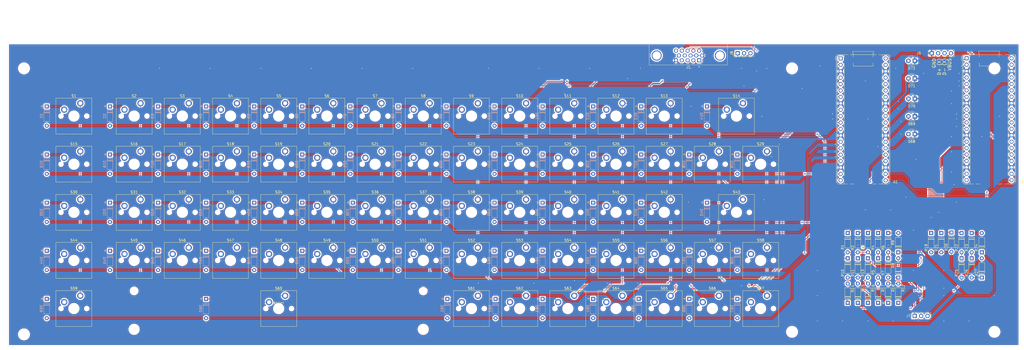
<source format=kicad_pcb>
(kicad_pcb (version 20241229) (generator "pcbnew") (generator_version "9.0")
  (layers (0 "F.Cu" signal) (2 "B.Cu" signal) (13 "F.Paste" user) (15 "B.Paste" user) (5 "F.SilkS" user "F.Silkscreen") (7 "B.SilkS" user "B.Silkscreen") (1 "F.Mask" user) (3 "B.Mask" user) (25 "Edge.Cuts" user))
  (net 0 "")
  (net 1 "ROW_7")
  (net 2 "GND")
  (net 3 "ROW_3")
  (net 4 "Net-(A1-GPIO27_ADC1)")
  (net 6 "Net-(A1-GPIO21)")
  (net 7 "COL_7")
  (net 8 "COL_0")
  (net 10 "UART_GPU_RX")
  (net 11 "COL_8")
  (net 13 "COL_4")
  (net 14 "COL_5")
  (net 17 "COL_2")
  (net 18 "ROW_1")
  (net 19 "COL_3")
  (net 20 "COL_6")
  (net 21 "ROW_8")
  (net 22 "ROW_2")
  (net 23 "ROW_0")
  (net 24 "VBUS")
  (net 26 "Net-(A1-GPIO20)")
  (net 27 "Net-(A1-GPIO26_ADC0)")
  (net 28 "Net-(A1-GPIO22)")
  (net 29 "UART_GPU_TX")
  (net 30 "COL_1")
  (net 31 "ROW_6")
  (net 32 "ROW_5")
  (net 33 "ROW_4")
  (net 34 "EXP_3")
  (net 35 "EXP_0")
  (net 37 "B_4")
  (net 38 "R_1")
  (net 39 "B_0")
  (net 40 "GPU_3v3")
  (net 41 "B_1")
  (net 43 "R_2")
  (net 45 "EXP_2")
  (net 46 "G_3")
  (net 47 "EXP_4")
  (net 48 "R_4")
  (net 50 "G_0")
  (net 51 "EXP_1")
  (net 52 "G_1")
  (net 53 "B_3")
  (net 54 "EXP_5")
  (net 55 "B_2")
  (net 56 "G_4")
  (net 57 "R_0")
  (net 58 "G_2")
  (net 60 "R_3")
  (net 61 "Net-(D1-K)")
  (net 62 "Net-(D2-K)")
  (net 63 "Net-(D3-K)")
  (net 64 "Net-(D4-K)")
  (net 65 "Net-(D5-K)")
  (net 66 "Net-(D6-K)")
  (net 67 "Net-(D7-K)")
  (net 68 "Net-(D8-K)")
  (net 69 "Net-(D9-K)")
  (net 70 "Net-(D10-K)")
  (net 71 "Net-(D11-K)")
  (net 72 "Net-(D12-K)")
  (net 73 "Net-(D13-K)")
  (net 74 "Net-(D14-K)")
  (net 75 "Net-(D15-K)")
  (net 76 "Net-(D16-K)")
  (net 77 "Net-(D17-K)")
  (net 78 "Net-(D18-K)")
  (net 79 "Net-(D19-K)")
  (net 80 "Net-(D20-K)")
  (net 81 "Net-(D21-K)")
  (net 82 "Net-(D22-K)")
  (net 83 "Net-(D23-K)")
  (net 84 "Net-(D24-K)")
  (net 85 "Net-(D25-K)")
  (net 86 "Net-(D26-K)")
  (net 87 "Net-(D27-K)")
  (net 88 "Net-(D28-K)")
  (net 89 "Net-(D29-K)")
  (net 90 "Net-(D30-K)")
  (net 91 "Net-(D31-K)")
  (net 92 "Net-(D32-K)")
  (net 93 "Net-(D33-K)")
  (net 94 "Net-(D34-K)")
  (net 95 "Net-(D35-K)")
  (net 96 "Net-(D36-K)")
  (net 97 "Net-(D37-K)")
  (net 98 "Net-(D38-K)")
  (net 99 "Net-(D39-K)")
  (net 100 "Net-(D40-K)")
  (net 101 "Net-(D41-K)")
  (net 102 "Net-(D42-K)")
  (net 103 "Net-(D43-K)")
  (net 104 "Net-(D44-K)")
  (net 105 "Net-(D45-K)")
  (net 106 "Net-(D46-K)")
  (net 107 "Net-(D47-K)")
  (net 108 "Net-(D48-K)")
  (net 109 "Net-(D49-K)")
  (net 110 "Net-(D50-K)")
  (net 111 "Net-(D51-K)")
  (net 112 "Net-(D52-K)")
  (net 113 "Net-(D53-K)")
  (net 114 "Net-(D54-K)")
  (net 115 "Net-(D55-K)")
  (net 116 "Net-(D56-K)")
  (net 117 "Net-(D57-K)")
  (net 118 "Net-(D58-K)")
  (net 119 "Net-(D59-K)")
  (net 120 "Net-(D60-K)")
  (net 121 "Net-(D61-K)")
  (net 122 "Net-(D62-K)")
  (net 123 "Net-(D63-K)")
  (net 124 "Net-(D64-K)")
  (net 125 "Net-(D65-K)")
  (net 126 "Net-(D66-K)")
  (net 127 "Net-(D67-K)")
  (net 131 "VGA_R")
  (net 132 "VGA_B")
  (net 134 "HSYNC")
  (net 136 "VSYNC")
  (net 137 "VGA_G")
  (net 138 "Net-(R4-Pad2)")
  (net 139 "Net-(R6-Pad2)")
  (net 140 "Net-(R7-Pad2)")
  (net 141 "Net-(R13-Pad2)")
  (net 142 "Net-(R14-Pad2)")
  (net 143 "Net-(R17-Pad2)")
  (net 144 "Net-(R22-Pad2)")
  (net 145 "Net-(R23-Pad2)")
  (net 146 "Net-(R26-Pad2)")
  (net 147 "D-")
  (net 148 "D+")
  (net 149 "Net-(J8-Pin_1)")
  (net 150 "Net-(J8-Pin_3)")
  (net 151 "Net-(J8-Pin_2)")
  (footprint "ScottoKeebs_MX:MX_PCB_1.00u" (layer "F.Cu") (at 283.26 285.08)
    (property "Reference" "S61")
    (property "Value" "Keyswitch")
  )
  (footprint "ScottoKeebs_MX:MX_PCB_1.00u" (layer "F.Cu") (at 168.96 208.88)
    (property "Reference" "S3")
    (property "Value" "Keyswitch")
  )
  (footprint "Diode_THT:D_DO-35_SOD27_P7.62mm_Horizontal" (layer "F.Cu") (at 477 255.19 -90)
    (property "Reference" "R22")
    (property "Value" "2K")
  )
  (footprint "ScottoKeebs_MX:MX_PCB_1.00u" (layer "F.Cu") (at 340.41 246.98)
    (property "Reference" "S41")
    (property "Value" "Keyswitch")
  )
  (footprint "ScottoKeebs_MX:MX_PCB_1.00u" (layer "F.Cu") (at 302.31 285.08)
    (property "Reference" "S62")
    (property "Value" "Keyswitch")
  )
  (footprint "ScottoKeebs_MX:MX_PCB_1.00u" (layer "F.Cu") (at 264.21 208.88)
    (property "Reference" "S8")
    (property "Value" "Keyswitch")
  )
  (footprint "ScottoKeebs_MX:MX_PCB_1.00u" (layer "F.Cu") (at 340.41 285.08)
    (property "Reference" "S64")
    (property "Value" "Keyswitch")
  )
  (footprint "ScottoKeebs_MX:MX_PCB_1.00u" (layer "F.Cu") (at 207.06 208.88)
    (property "Reference" "S5")
    (property "Value" "Keyswitch")
  )
  (footprint "MountingHole:MountingHole_4.3mm_M4" (layer "F.Cu") (at 106.3725 295.2925)
    (property "Reference" "REF**" (hide yes))
    (property "Value" "MountingHole_4.3mm_M4")
  )
  (footprint "ScottoKeebs_MX:MX_PCB_1.00u" (layer "F.Cu") (at 188.01 227.93)
    (property "Reference" "S18")
    (property "Value" "Keyswitch")
  )
  (footprint "ScottoKeebs_MX:MX_PCB_1.00u" (layer "F.Cu") (at 207.06 266.03)
    (property "Reference" "S48")
    (property "Value" "Keyswitch")
  )
  (footprint "Connector_PinHeader_2.54mm:PinHeader_1x03_P2.54mm_Vertical" (layer "F.Cu") (at 388.475 184 90)
    (property "Reference" "J8")
    (property "Value" "Conn_01x03")
  )
  (footprint "ScottoKeebs_MX:MX_PCB_1.00u" (layer "F.Cu") (at 188.01 208.88)
    (property "Reference" "S4")
    (property "Value" "Keyswitch")
  )
  (footprint "ScottoKeebs_MX:MX_PCB_1.00u" (layer "F.Cu") (at 397.56 266.03)
    (property "Reference" "S58")
    (property "Value" "Keyswitch")
  )
  (footprint "Diode_THT:D_DO-35_SOD27_P7.62mm_Horizontal" (layer "F.Cu") (at 436 255.19 -90)
    (property "Reference" "R2")
    (property "Value" "1K")
  )
  (footprint "ScottoKeebs_MX:MX_PCB_1.00u" (layer "F.Cu") (at 245.16 246.98)
    (property "Reference" "S36")
    (property "Value" "Keyswitch")
  )
  (footprint "ScottoKeebs_MX:MX_PCB_1.50u" (layer "F.Cu") (at 126.0975 266.03)
    (property "Reference" "S44")
    (property "Value" "Keyswitch")
  )
  (footprint "ScottoKeebs_MX:MX_PCB_1.00u" (layer "F.Cu") (at 397.56 227.93)
    (property "Reference" "S29")
    (property "Value" "Keyswitch")
  )
  (footprint "ScottoKeebs_MX:MX_PCB_1.00u" (layer "F.Cu") (at 149.91 246.98)
    (property "Reference" "S31")
    (property "Value" "Keyswitch")
  )
  (footprint "LED_THT:LED_D3.0mm" (layer "F.Cu") (at 458.54 187 180)
    (property "Reference" "D72")
    (property "Value" "SPECIAL")
  )
  (footprint "ScottoKeebs_MX:MX_PCB_1.00u" (layer "F.Cu") (at 321.36 227.93)
    (property "Reference" "S25")
    (property "Value" "Keyswitch")
  )
  (footprint "ScottoKeebs_MX:MX_PCB_1.00u" (layer "F.Cu") (at 302.31 208.88)
    (property "Reference" "S10")
    (property "Value" "Keyswitch")
  )
  (footprint "Diode_THT:D_DO-35_SOD27_P7.62mm_Horizontal" (layer "F.Cu") (at 448 265.19 -90)
    (property "Reference" "R7")
    (property "Value" "2K")
  )
  (footprint "ScottoKeebs_MX:MX_PCB_1.00u" (layer "F.Cu") (at 359.46 227.93)
    (property "Reference" "S27")
    (property "Value" "Keyswitch")
  )
  (footprint "MountingHole:MountingHole_4.3mm_M4" (layer "F.Cu") (at 410 294.2925)
    (property "Reference" "REF**" (hide yes))
    (property "Value" "MountingHole_4.3mm_M4")
  )
  (footprint "Diode_THT:D_DO-35_SOD27_P7.62mm_Horizontal" (layer "F.Cu") (at 468.9975 255.19 -90)
    (property "Reference" "R21")
    (property "Value" "2K")
  )
  (footprint "ScottoKeebs_MX:MX_PCB_1.00u" (layer "F.Cu") (at 149.91 266.03)
    (property "Reference" "S45")
    (property "Value" "Keyswitch")
  )
  (footprint "Diode_THT:D_DO-35_SOD27_P7.62mm_Horizontal" (layer "F.Cu") (at 452 272.81 90)
    (property "Reference" "R8")
    (property "Value" "2K")
  )
  (footprint "Diode_THT:D_DO-35_SOD27_P7.62mm_Horizontal" (layer "F.Cu") (at 440 265.19 -90)
    (property "Reference" "R13")
    (property "Value" "2K")
  )
  (footprint "Diode_THT:D_DO-35_SOD27_P7.62mm_Horizontal" (layer "F.Cu") (at 432 265.19 -90)
    (property "Reference" "R10")
    (property "Value" "500")
  )
  (footprint "ScottoKeebs_MX:MX_PCB_1.00u" (layer "F.Cu") (at 340.41 266.03)
    (property "Reference" "S55")
    (property "Value" "Keyswitch")
  )
  (footprint "ScottoKeebs_MX:MX_PCB_1.00u" (layer "F.Cu") (at 378.51 266.03)
    (property "Reference" "S57")
    (property "Value" "Keyswitch")
  )
  (footprint "ScottoKeebs_MX:MX_PCB_1.00u" (layer "F.Cu") (at 149.91 208.88)
    (property "Reference" "S2")
    (property "Value" "Keyswitch")
  )
  (footprint "ScottoKeebs_MX:MX_PCB_1.00u" (layer "F.Cu") (at 226.11 208.88)
    (property "Reference" "S6")
    (property "Value" "Keyswitch")
  )
  (footprint "Diode_THT:D_DO-35_SOD27_P7.62mm_Horizontal" (layer "F.Cu") (at 432 255.19 -90)
    (property "Reference" "R1")
    (property "Value" "500")
  )
  (footprint "Module:RaspberryPi_Pico_Common_THT" (layer "F.Cu") (at 479 186)
    (property "Reference" "A2")
    (property "Value" "RaspberryPi_Pico")
  )
  (footprint "ScottoKeebs_MX:MX_PCB_1.50u" (layer "F.Cu") (at 126.0975 227.93)
    (property "Reference" "S15")
    (property "Value" "Keyswitch")
  )
  (footprint "ScottoKeebs_MX:MX_PCB_1.00u" (layer "F.Cu") (at 168.96 246.98)
    (property "Reference" "S32")
    (property "Value" "Keyswitch")
  )
  (footprint "ScottoKeebs_MX:MX_PCB_1.00u" (layer "F.Cu") (at 321.36 208.88)
    (property "Reference" "S11")
    (property "Value" "Keyswitch")
  )
  (footprint "Diode_THT:D_DO-35_SOD27_P7.62mm_Horizontal" (layer "F.Cu") (at 436 282.81 90)
    (property "Reference" "R15")
    (property "Value" "1K")
  )
  (footprint "Diode_THT:D_DO-35_SOD27_P7.62mm_Horizontal" (layer "F.Cu") (at 481 255.19 -90)
    (property "Reference" "R23")
    (property "Value" "5.1K")
  )
  (footprint "ScottoKeebs_MX:MX_PCB_1.00u" (layer "F.Cu") (at 397.56 285.08)
    (property "Reference" "S67")
    (property "Value" "Keyswitch")
  )
  (footprint "ScottoKeebs_MX:MX_PCB_1.00u" (layer "F.Cu") (at 321.36 285.08)
    (property "Reference" "S63")
    (property "Value" "Keyswitch")
  )
  (footprint "Diode_THT:D_DO-35_SOD27_P7.62mm_Horizontal" (layer "F.Cu") (at 448 282.81 90)
    (property "Reference" "R18")
    (property "Value" "2K")
  )
  (footprint "ScottoKeebs_MX:MX_PCB_1.00u" (layer "F.Cu") (at 264.21 266.03)
    (property "Reference" "S51")
    (property "Value" "Keyswitch")
  )
  (footprint "Diode_THT:D_DO-35_SOD27_P7.62mm_Horizontal" (layer "F.Cu") (at 485 262.81 90)
    (property "Reference" "R24")
    (property "Value" "1K")
  )
  (footprint "LED_THT:LED_D3.0mm" (layer "F.Cu") (at 458.54 216 180)
    (property "Reference" "D68")
    (property "Value" "SHIFT")
  )
  (footprint "ScottoKeebs_MX:MX_PCB_1.00u" (layer "F.Cu") (at 264.21 227.93)
    (property "Reference" "S22")
    (property "Value" "Keyswitch")
  )
  (footprint "Diode_THT:D_DO-35_SOD27_P7.62mm_Horizontal" (layer "F.Cu") (at 440 282.81 90)
    (property "Reference" "R16")
    (property "Value" "2K")
  )
  (footprint "ScottoKeebs_Stabilizer:Stabilizer_MX_7.00u" (layer "F.Cu") (at 207.06 285.08)
    (property "Reference" "REF**")
    (property "Value" "Stabilizer_MX_7.00u")
  )
  (footprint "Diode_THT:D_DO-35_SOD27_P7.62mm_Horizontal" (layer "F.Cu") (at 452 282.81 90)
    (property "Reference" "R12")
    (property "Value" "2K")
  )
  (footprint "ScottoKeebs_MX:MX_PCB_1.00u" (layer "F.Cu") (at 168.96 227.93)
    (property "Reference" "S17")
    (property "Value" "Keyswitch")
  )
  (footprint "Diode_THT:D_DO-35_SOD27_P7.62mm_Horizontal" (layer "F.Cu") (at 481 265.19 -90)
    (property "Reference" "R26")
    (property "Value" "2K")
  )
  (footprint "Diode_THT:D_DO-35_SOD27_P7.62mm_Horizontal" (layer "F.Cu") (at 477 265.19 -90)
    (property "Reference" "R25")
    (property "Value" "2K")
  )
  (footprint "Diode_THT:D_DO-35_SOD27_P7.62mm_Horizontal" (layer "F.Cu") (at 440 255.19 -90)
    (property "Reference" "R3")
    (property "Value" "2K")
  )
  (footprint "ScottoKeebs_MX:MX_PCB_1.00u" (layer "F.Cu") (at 149.91 227.93)
    (property "Reference" "S16")
    (property "Value" "Keyswitch")
  )
  (footprint "ScottoKeebs_MX:MX_PCB_1.00u" (layer "F.Cu") (at 226.11 227.93)
    (property "Reference" "S20")
    (property "Value" "Keyswitch")
  )
  (footprint "MountingHole:MountingHole_4.3mm_M4" (layer "F.Cu") (at 410 190)
    (property "Reference" "REF**" (hide yes))
    (property "Value" "MountingHole_4.3mm_M4")
  )
  (footprint "Connector_Dsub:DSUB-15-HD_Pins_Horizontal_P2.29x1.90mm_EdgePinOffset3.03mm_Housed_MountingHolesOffset4.94mm" (layer "F.Cu") (at 373.29 186.8 180)
    (property "Reference" "J1")
    (property "Value" "VGA" (hide yes))
  )
  (footprint "ScottoKeebs_MX:MX_PCB_1.00u" (layer "F.Cu") (at 188.01 266.03)
    (property "Reference" "S47")
    (property "Value" "Keyswitch")
  )
  (footprint "ScottoKeebs_MX:MX_PCB_1.50u" (layer "F.Cu") (at 126.0975 285.08)
    (property "Reference" "S59")
    (property "Value" "Keyswitch")
  )
  (footprint "ScottoKeebs_MX:MX_PCB_1.00u" (layer "F.Cu") (at 302.31 246.98)
    (property "Reference" "S39")
    (property "Value" "Keyswitch")
  )
  (footprint "Diode_THT:D_DO-35_SOD27_P7.62mm_Horizontal" (layer "F.Cu") (at 485 272.81 90)
    (property "Reference" "R27")
    (property "Value" "2K")
  )
  (footprint "ScottoKeebs_MX:MX_PCB_1.00u" (layer "F.Cu") (at 283.26 246.98)
    (property "Reference" "S38")
    (property "Value" "Keyswitch")
  )
  (footprint "Diode_THT:D_DO-35_SOD27_P7.62mm_Horizontal" (layer "F.Cu") (at 444 255.19 -90)
    (property "Reference" "R4")
    (property "Value" "2K")
  )
  (footprint "Diode_THT:D_DO-35_SOD27_P7.62mm_Horizontal" (layer "F.Cu") (at 465 255.19 -90)
    (property "Reference" "R19")
    (property "Value" "500")
  )
  (footprint "Diode_THT:D_DO-35_SOD27_P7.62mm_Horizontal" (layer "F.Cu") (at 473 255 -90)
    (property "Reference" "R20")
    (property "Value" "1K")
  )
  (footprint "ScottoKeebs_MX:MX_PCB_1.00u" (layer "F.Cu") (at 359.46 246.98)
    (property "Reference" "S42")
    (property "Value" "Keyswitch")
  )
  (footprint "ScottoKeebs_MX:MX_PCB_1.00u" (layer "F.Cu") (at 207.06 246.98)
    (property "Reference" "S34")
    (property "Value" "Keyswitch")
  )
  (footprint "ScottoKeebs_MX:MX_PCB_1.00u" (layer "F.Cu") (at 283.26 227.93)
    (property "Reference" "S23")
    (property "Value" "Keyswitch")
  )
  (footprint "ScottoKeebs_MX:MX_PCB_1.00u" (layer "F.Cu") (at 283.26 208.88)
    (property "Reference" "S9")
    (property "Value" "Keyswitch")
  )
  (footprint "ScottoKeebs_MX:MX_PCB_1.00u" (layer "F.Cu") (at 340.41 227.93)
    (property "Reference" "S26")
    (property "Value" "Keyswitch")
  )
  (footprint "Diode_THT:D_DO-35_SOD27_P7.62mm_Horizontal" (layer "F.Cu") (at 444 265.19 -90)
    (property "Reference" "R5")
    (property "Value" "2K")
  )
  (footprint "ScottoKeebs_MX:MX_PCB_1.00u" (layer "F.Cu") (at 226.11 246.98)
    (property "Reference" "S35")
    (property "Value" "Keyswitch")
  )
  (footprint "ScottoKeebs_MX:MX_PCB_1.00u" (layer "F.Cu") (at 245.16 266.03)
    (property "Reference" "S50")
    (property "Value" "Keyswitch")
  )
  (footprint "Diode_THT:D_DO-35_SOD27_P7.62mm_Horizontal" (layer "F.Cu") (at 452 262.81 90)
    (property "Reference" "R9")
    (property "Value" "1K")
  )
  (footprint "ScottoKeebs_MX:MX_PCB_1.00u" (layer "F.Cu") (at 245.16 208.88)
    (property "Reference" "S7")
    (property "Value" "Keyswitch")
  )
  (footprint "ScottoKeebs_MX:MX_PCB_1.00u" (layer "F.Cu") (at 188.01 246.98)
    (property "Reference" "S33")
    (property "Value" "Keyswitch")
  )
  (footprint "MountingHole:MountingHole_4.3mm_M4" (layer "F.Cu") (at 490 294.2925)
    (property "Reference" "REF**" (hide yes))
    (property "Value" "MountingHole_4.3mm_M4")
  )
  (footprint "Diode_THT:D_DO-35_SOD27_P7.62mm_Horizontal" (layer "F.Cu") (at 448 255.19 -90)
    (property "Reference" "R6")
    (property "Value" "5.1K")
  )
  (footprint "ScottoKeebs_MX:MX_PCB_1.00u" (layer "F.Cu") (at 359.46 208.88)
    (property "Reference" "S13")
    (property "Value" "Keyswitch")
  )
  (footprint "ScottoKeebs_MX:MX_PCB_2.00u" (layer "F.Cu") (at 388.035 208.88)
    (property "Reference" "S14")
    (property "Value" "Keyswitch")
  )
  (footprint "ScottoKeebs_MX:MX_PCB_1.00u" (layer "F.Cu") (at 302.31 227.93)
    (property "Reference" "S24")
    (property "Value" "Keyswitch")
  )
  (footprint "ScottoKeebs_MX:MX_PCB_2.00u" (layer "F.Cu") (at 388.035 246.98)
    (property "Reference" "S43")
    (property "Value" "Keyswitch")
  )
  (footprint "MountingHole:MountingHole_4.3mm_M4" (layer "F.Cu") (at 106.3725 190)
    (property "Reference" "REF**" (hide yes))
    (property "Value" "MountingHole_4.3mm_M4")
  )
  (footprint "ScottoKeebs_MX:MX_PCB_1.00u" (layer "F.Cu") (at 168.96 266.03)
    (property "Reference" "S46")
    (property "Value" "Keyswitch")
  )
  (footprint "ScottoKeebs_MX:MX_PCB_1.00u" (layer "F.Cu") (at 359.46 285.08)
    (property "Reference" "S65")
    (property "Value" "Keyswitch")
  )
  (footprint "ScottoKeebs_MX:MX_PCB_1.00u" (layer "F.Cu") (at 378.51 285.08)
    (property "Reference" "S66")
    (property "Value" "Keyswitch")
  )
  (footprint "ScottoKeebs_MX:MX_PCB_1.00u" (layer "F.Cu") (at 226.11 266.03)
    (property "Reference" "S49")
    (property "Value" "Keyswitch")
  )
  (footprint "ScottoKeebs_MX:MX_PCB_7.00u" (layer "F.Cu") (at 207.06 285.08)
    (property "Reference" "S60")
    (property "Value" "Keyswitch")
  )
  (footprint "ScottoKeebs_MX:MX_PCB_1.00u" (layer "F.Cu") (at 245.16 227.93)
    (property "Reference" "S21")
    (property "Value" "Keyswitch")
  )
  (footprint "MountingHole:MountingHole_4.3mm_M4" (layer "F.Cu") (at 490 190)
    (property "Reference" "REF**" (hide yes))
    (property "Value" "MountingHole_4.3mm_M4" (hide yes))
  )
  (footprint "ScottoKeebs_MX:MX_PCB_1.00u" (layer "F.Cu") (at 207.06 227.93)
    (property "Reference" "S19")
    (property "Value" "Keyswitch")
  )
  (footprint "ScottoKeebs_MX:MX_PCB_1.00u" (layer "F.Cu") (at 378.51 227.93)
    (property "Reference" "S28")
    (property "Value" "Keyswitch")
  )
  (footprint "LED_THT:LED_D3.0mm" (layer "F.Cu") (at 458.54 202 180)
    (property "Reference" "D70")
    (property "Value" "CONTROL")
  )
  (footprint "ScottoKeebs_MX:MX_PCB_1.50u" (layer "F.Cu") (at 126.0975 208.88)
    (property "Reference" "S1")
    (property "Value" "Keyswitch")
  )
  (footprint "Connector_PinHeader_2.54mm:PinHeader_1x03_P2.54mm_Vertical" (layer "F.Cu") (at 458.475 288 90)
    (property "Reference" "J7")
    (property "Value" "Conn_01x03")
  )
  (footprint "Connector_PinHeader_2.54mm:PinHeader_1x04_P2.54mm_Vertical" (layer "F.Cu") (at 465.2 184 90)
    (property "Reference" "J5")
    (property "Value" "Conn_01x04" (hide yes))
  )
  (footprint "ScottoKeebs_MX:MX_PCB_1.00u" (layer "F.Cu") (at 283.26 266.03)
    (property "Reference" "S52")
    (property "Value" "Keyswitch")
  )
  (footprint "LED_THT:LED_D3.0mm" (layer "F.Cu") (at 458.54 194 180)
    (property "Reference" "D71")
    (property "Value" "ALT")
  )
  (footprint "LED_THT:LED_D3.0mm" (layer "F.Cu") (at 458.54 209 180)
    (property "Reference" "D69")
    (property "Value" "CAPS")
  )
  (footprint "ScottoKeebs_MX:MX_PCB_1.00u" (layer "F.Cu") (at 302.31 266.03)
    (property "Reference" "S53")
    (property "Value" "Keyswitch")
  )
  (footprint "Diode_THT:D_DO-35_SOD27_P7.62mm_Horizontal" (layer "F.Cu") (at 436 265.19 -90)
    (property "Reference" "R11")
    (property "Value" "1K")
  )
  (footprint "Module:RaspberryPi_Pico_Common_THT" (layer "F.Cu") (at 429.22 186.06)
    (property "Reference" "A1")
    (property "Value" "RaspberryPi_Pico")
  )
  (footprint "ScottoKeebs_MX:MX_PCB_1.00u" (layer "F.Cu") (at 321.36 266.03)
    (property "Reference" "S54")
    (property "Value" "Keyswitch")
  )
  (footprint "ScottoKeebs_MX:MX_PCB_1.00u" (layer "F.Cu") (at 264.21 246.98)
    (property "Reference" "S37")
    (property "Value" "Keyswitch")
  )
  (footprint "ScottoKeebs_MX:MX_PCB_1.00u" (layer "F.Cu") (at 359.46 266.03)
    (property "Reference" "S56")
    (property "Value" "Keyswitch")
  )
  (footprint "Diode_THT:D_DO-35_SOD27_P7.62mm_Horizontal" (layer "F.Cu") (at 432 282.81 90)
    (property "Reference" "R14")
    (property "Value" "5.1K")
  )
  (footprint "ScottoKeebs_MX:MX_PCB_1.00u" (layer "F.Cu") (at 340.41 208.88)
    (property "Reference" "S12")
    (property "Value" "Keyswitch")
  )
  (footprint "ScottoKeebs_MX:MX_PCB_1.50u" (layer "F.Cu") (at 126.0975 246.98)
    (property "Reference" "S30")
    (property "Value" "Keyswitch")
  )
  (footprint "Diode_THT:D_DO-35_SOD27_P7.62mm_Horizontal" (layer "F.Cu") (at 444 282.81 90)
    (property "Reference" "R17")
    (property "Value" "2K")
  )
  (footprint "ScottoKeebs_MX:MX_PCB_1.00u" (layer "F.Cu") (at 321.36 246.98)
    (property "Reference" "S40")
    (property "Value" "Keyswitch")
  )
  (footprint "Diode_THT:D_DO-35_SOD27_P7.62mm_Horizontal" (layer "B.Cu") (at 273.3725 262.22 -90)
    (property "Reference" "D52")
    (property "Value" "Diode")
  )
  (footprint "Diode_THT:D_DO-35_SOD27_P7.62mm_Horizontal" (layer "B.Cu") (at 216.3725 262.22 -90)
    (property "Reference" "D49")
    (property "Value" "Diode")
  )
  (footprint "Diode_THT:D_DO-35_SOD27_P7.62mm_Horizontal" (layer "B.Cu") (at 178.3725 205.07 -90)
    (property "Reference" "D4")
    (property "Value" "Diode")
  )
  (footprint "Diode_THT:D_DO-35_SOD27_P7.62mm_Horizontal" (layer "B.Cu") (at 115.3725 281.27 -90)
    (property "Reference" "D59")
    (property "Value" "Diode")
  )
  (footprint "Diode_THT:D_DO-35_SOD27_P7.62mm_Horizontal" (layer "B.Cu") (at 115.3725 205.07 -90)
    (property "Reference" "D1")
    (property "Value" "Diode")
  )
  (footprint "Diode_THT:D_DO-35_SOD27_P7.62mm_Horizontal" (layer "B.Cu") (at 254.3725 262.22 -90)
    (property "Reference" "D51")
    (property "Value" "Diode")
  )
  (footprint "Diode_THT:D_DO-35_SOD27_P7.62mm_Horizontal" (layer "B.Cu") (at 331.3725 243.17 -90)
    (property "Reference" "D41")
    (property "Value" "Diode")
  )
  (footprint "Diode_THT:D_DO-35_SOD27_P7.62mm_Horizontal" (layer "B.Cu") (at 197.3725 224.12 -90)
    (property "Reference" "D19")
    (property "Value" "Diode")
  )
  (footprint "Diode_THT:D_DO-35_SOD27_P7.62mm_Horizontal" (layer "B.Cu") (at 115.3725 262.22 -90)
    (property "Reference" "D44")
    (property "Value" "Diode")
  )
  (footprint "Diode_THT:D_DO-35_SOD27_P7.62mm_Horizontal" (layer "B.Cu") (at 311.3725 281.27 -90)
    (property "Reference" "D63")
    (property "Value" "Diode")
  )
  (footprint "Diode_THT:D_DO-35_SOD27_P7.62mm_Horizontal" (layer "B.Cu") (at 350.3725 262.22 -90)
    (property "Reference" "D56")
    (property "Value" "Diode")
  )
  (footprint "Diode_THT:D_DO-35_SOD27_P7.62mm_Horizontal" (layer "B.Cu") (at 388.3725 262.22 -90)
    (property "Reference" "D58")
    (property "Value" "Diode")
  )
  (footprint "Diode_THT:D_DO-35_SOD27_P7.62mm_Horizontal" (layer "B.Cu") (at 140.3725 243.17 -90)
    (property "Reference" "D31")
    (property "Value" "Diode")
  )
  (footprint "Diode_THT:D_DO-35_SOD27_P7.62mm_Horizontal" (layer "B.Cu") (at 197.3725 262.22 -90)
    (property "Reference" "D48")
    (property "Value" "Diode")
  )
  (footprint "Diode_THT:D_DO-35_SOD27_P7.62mm_Horizontal" (layer "B.Cu") (at 140.3725 224.12 -90)
    (property "Reference" "D16")
    (property "Value" "Diode")
  )
  (footprint "Diode_THT:D_DO-35_SOD27_P7.62mm_Horizontal" (layer "B.Cu") (at 178.3725 243.17 -90)
    (property "Reference" "D33")
    (property "Value" "Diode")
  )
  (footprint "Diode_THT:D_DO-35_SOD27_P7.62mm_Horizontal" (layer "B.Cu") (at 292.3725 224.12 -90)
    (property "Reference" "D24")
    (property "Value" "Diode")
  )
  (footprint "Diode_THT:D_DO-35_SOD27_P7.62mm_Horizontal" (layer "B.Cu") (at 197.3725 243.17 -90)
    (property "Reference" "D34")
    (property "Value" "Diode")
  )
  (footprint "Diode_THT:D_DO-35_SOD27_P7.62mm_Horizontal" (layer "B.Cu") (at 350.3725 243.17 -90)
    (property "Reference" "D42")
    (property "Value" "Diode")
  )
  (footprint "Diode_THT:D_DO-35_SOD27_P7.62mm_Horizontal" (layer "B.Cu") (at 140.3725 205.07 -90)
    (property "Reference" "D2")
    (property "Value" "Diode")
  )
  (footprint "Diode_THT:D_DO-35_SOD27_P7.62mm_Horizontal" (layer "B.Cu") (at 292.785 281.27 -90)
    (property "Reference" "D62")
    (property "Value" "Diode")
  )
  (footprint "Diode_THT:D_DO-35_SOD27_P7.62mm_Horizontal" (layer "B.Cu") (at 369.3725 281.27 -90)
    (property "Reference" "D66")
    (property "Value" "Diode")
  )
  (footprint "Diode_THT:D_DO-35_SOD27_P7.62mm_Horizontal" (layer "B.Cu") (at 197.3725 205.07 -90)
    (property "Reference" "D5")
    (property "Value" "Diode")
  )
  (footprint "Diode_THT:D_DO-35_SOD27_P7.62mm_Horizontal" (layer "B.Cu") (at 292.3725 262.22 -90)
    (property "Reference" "D53")
    (property "Value" "Diode")
  )
  (footprint "Diode_THT:D_DO-35_SOD27_P7.62mm_Horizontal" (layer "B.Cu") (at 216.3725 243.17 -90)
    (property "Reference" "D35")
    (property "Value" "Diode")
  )
  (footprint "Diode_THT:D_DO-35_SOD27_P7.62mm_Horizontal" (layer "B.Cu") (at 273.735 281.27 -90)
    (property "Reference" "D61")
    (property "Value" "Diode")
  )
  (footprint "Diode_THT:D_DO-35_SOD27_P7.62mm_Horizontal" (layer "B.Cu") (at 235.3725 205.07 -90)
    (property "Reference" "D7")
    (property "Value" "Diode")
  )
  (footprint "Diode_THT:D_DO-35_SOD27_P7.62mm_Horizontal" (layer "B.Cu") (at 159.3725 224.12 -90)
    (property "Reference" "D17")
    (property "Value" "Diode")
  )
  (footprint "Diode_THT:D_DO-35_SOD27_P7.62mm_Horizontal" (layer "B.Cu") (at 236.3725 262.22 -90)
    (property "Reference" "D50")
    (property "Value" "Diode")
  )
  (footprint "Diode_THT:D_DO-35_SOD27_P7.62mm_Horizontal" (layer "B.Cu") (at 216.3725 224.12 -90)
    (property "Reference" "D20")
    (property "Value" "Diode")
  )
  (footprint "Diode_THT:D_DO-35_SOD27_P7.62mm_Horizontal" (layer "B.Cu") (at 115.3725 224.12 -90)
    (property "Reference" "D15")
    (property "Value" "Diode")
  )
  (footprint "Diode_THT:D_DO-35_SOD27_P7.62mm_Horizontal" (layer "B.Cu") (at 369.3725 262.22 -90)
    (property "Reference" "D57")
    (property "Value" "Diode")
  )
  (footprint "Diode_THT:D_DO-35_SOD27_P7.62mm_Horizontal" (layer "B.Cu") (at 311.3725 243.17 -90)
    (property "Reference" "D40")
    (property "Value" "Diode")
  )
  (footprint "Diode_THT:D_DO-35_SOD27_P7.62mm_Horizontal" (layer "B.Cu") (at 331.3725 262.22 -90)
    (property "Reference" "D55")
    (property "Value" "Diode")
  )
  (footprint "Diode_THT:D_DO-35_SOD27_P7.62mm_Horizontal" (layer "B.Cu") (at 350.3725 224.12 -90)
    (property "Reference" "D27")
    (property "Value" "Diode")
  )
  (footprint "Diode_THT:D_DO-35_SOD27_P7.62mm_Horizontal" (layer "B.Cu") (at 331.3725 281.27 -90)
    (property "Reference" "D64")
    (property "Value" "Diode")
  )
  (footprint "Diode_THT:D_DO-35_SOD27_P7.62mm_Horizontal" (layer "B.Cu") (at 254.3725 224.12 -90)
    (property "Reference" "D22")
    (property "Value" "Diode")
  )
  (footprint "Diode_THT:D_DO-35_SOD27_P7.62mm_Horizontal" (layer "B.Cu") (at 376.3725 205.07 -90)
    (property "Reference" "D14")
    (property "Value" "Diode")
  )
  (footprint "Diode_THT:D_DO-35_SOD27_P7.62mm_Horizontal" (layer "B.Cu") (at 159.3725 243.17 -90)
    (property "Reference" "D32")
    (property "Value" "Diode")
  )
  (footprint "Diode_THT:D_DO-35_SOD27_P7.62mm_Horizontal" (layer "B.Cu") (at 115.3725 243.17 -90)
    (property "Reference" "D30")
    (property "Value" "Diode")
  )
  (footprint "Diode_THT:D_DO-35_SOD27_P7.62mm_Horizontal" (layer "B.Cu") (at 178.3725 281.27 -90)
    (property "Reference" "D60")
    (property "Value" "Diode")
  )
  (footprint "Diode_THT:D_DO-35_SOD27_P7.62mm_Horizontal" (layer "B.Cu") (at 292.3725 243.17 -90)
    (property "Reference" "D39")
    (property "Value" "Diode")
  )
  (footprint "Diode_THT:D_DO-35_SOD27_P7.62mm_Horizontal" (layer "B.Cu") (at 388.3725 281.27 -90)
    (property "Reference" "D67")
    (property "Value" "Diode")
  )
  (footprint "Diode_THT:D_DO-35_SOD27_P7.62mm_Horizontal" (layer "B.Cu") (at 159.3725 262.22 -90)
    (property "Reference" "D46")
    (property "Value" "Diode")
  )
  (footprint "Diode_THT:D_DO-35_SOD27_P7.62mm_Horizontal" (layer "B.Cu") (at 311.3725 224.12 -90)
    (property "Reference" "D25")
    (property "Value" "Diode")
  )
  (footprint "Diode_THT:D_DO-35_SOD27_P7.62mm_Horizontal" (layer "B.Cu") (at 349.3725 281.27 -90)
    (property "Reference" "D65")
    (property "Value" "Diode")
  )
  (footprint "Diode_THT:D_DO-35_SOD27_P7.62mm_Horizontal" (layer "B.Cu") (at 331.3725 205.07 -90)
    (property "Reference" "D12")
    (property "Value" "Diode")
  )
  (footprint "Diode_THT:D_DO-35_SOD27_P7.62mm_Horizontal" (layer "B.Cu") (at 388.3725 224.12 -90)
    (property "Reference" "D29")
    (property "Value" "Diode")
  )
  (footprint "Diode_THT:D_DO-35_SOD27_P7.62mm_Horizontal" (layer "B.Cu") (at 178.3725 224.12 -90)
    (property "Reference" "D18")
    (property "Value" "Diode")
  )
  (footprint "Diode_THT:D_DO-35_SOD27_P7.62mm_Horizontal" (layer "B.Cu") (at 350.3725 205.07 -90)
    (property "Reference" "D13")
    (property "Value" "Diode")
  )
  (footprint "Diode_THT:D_DO-35_SOD27_P7.62mm_Horizontal" (layer "B.Cu") (at 376.3725 243.17 -90)
    (property "Reference" "D43")
    (property "Value" "Diode")
  )
  (footprint "Diode_THT:D_DO-35_SOD27_P7.62mm_Horizontal" (layer "B.Cu") (at 311.3725 205.07 -90)
    (property "Reference" "D11")
    (property "Value" "Diode")
  )
  (footprint "Diode_THT:D_DO-35_SOD27_P7.62mm_Horizontal" (layer "B.Cu") (at 254.3725 243.17 -90)
    (property "Reference" "D37")
    (property "Value" "Diode")
  )
  (footprint "Diode_THT:D_DO-35_SOD27_P7.62mm_Horizontal" (layer "B.Cu") (at 159.3725 205.07 -90)
    (property "Reference" "D3")
    (property "Value" "Diode")
  )
  (footprint "Diode_THT:D_DO-35_SOD27_P7.62mm_Horizontal" (layer "B.Cu") (at 254.3725 205.07 -90)
    (property "Reference" "D8")
    (property "Value" "Diode")
  )
  (footprint "Diode_THT:D_DO-35_SOD27_P7.62mm_Horizontal" (layer "B.Cu") (at 235.3725 224.12 -90)
    (property "Reference" "D21")
    (property "Value" "Diode")
  )
  (footprint "Diode_THT:D_DO-35_SOD27_P7.62mm_Horizontal" (layer "B.Cu") (at 369.3725 224.12 -90)
    (property "Reference" "D28")
    (property "Value" "Diode")
  )
  (footprint "Diode_THT:D_DO-35_SOD27_P7.62mm_Horizontal" (layer "B.Cu") (at 216.3725 205.07 -90)
    (property "Reference" "D6")
    (property "Value" "Diode")
  )
  (footprint "Diode_THT:D_DO-35_SOD27_P7.62mm_Horizontal" (layer "B.Cu") (at 273.3725 224.12 -90)
    (property "Reference" "D23")
    (property "Value" "Diode")
  )
  (footprint "Diode_THT:D_DO-35_SOD27_P7.62mm_Horizontal" (layer "B.Cu") (at 311.3725 262.22 -90)
    (property "Reference" "D54")
    (property "Value" "Diode")
  )
  (footprint "Diode_THT:D_DO-35_SOD27_P7.62mm_Horizontal" (layer "B.Cu") (at 140.3725 262.22 -90)
    (property "Reference" "D45")
    (property "Value" "Diode")
  )
  (footprint "Diode_THT:D_DO-35_SOD27_P7.62mm_Horizontal" (layer "B.Cu") (at 292.3725 205.07 -90)
    (property "Reference" "D10")
    (property "Value" "Diode")
  )
  (footprint "Diode_THT:D_DO-35_SOD27_P7.62mm_Horizontal" (layer "B.Cu") (at 236.3725 243.17 -90)
    (property "Reference" "D36")
    (property "Value" "Diode")
  )
  (footprint "Diode_THT:D_DO-35_SOD27_P7.62mm_Horizontal" (layer "B.Cu") (at 178.3725 262.22 -90)
    (property "Reference" "D47")
    (property "Value" "Diode")
  )
  (footprint "Diode_THT:D_DO-35_SOD27_P7.62mm_Horizontal" (layer "B.Cu") (at 273.3725 243.17 -90)
    (property "Reference" "D38")
    (property "Value" "Diode")
  )
  (footprint "Diode_THT:D_DO-35_SOD27_P7.62mm_Horizontal" (layer "B.Cu") (at 273.3725 205.07 -90)
    (property "Reference" "D9")
    (property "Value" "Diode")
  )
  (footprint "Diode_THT:D_DO-35_SOD27_P7.62mm_Horizontal" (layer "B.Cu") (at 331.3725 224.12 -90)
    (property "Reference" "D26")
    (property "Value" "Diode")
  )
  (gr_rect (start 100 180) (end 500 300) (stroke (width 0.05)) (fill no) (layer "Edge.Cuts"))
  (gr_text "GND\nD+ (X)\nD- (X)\nVBUS" (at 469.22 185.86 90) (layer "F.SilkS") (effects (font (size 1.27 1.27) (thickness 0.2) (bold yes)) (justify right)))
  (segment (start 442 231) (end 446.3 226.7) (width 0.2) (layer "F.Cu") (net 1))
  (segment (start 442 233) (end 442 231) (width 0.2) (layer "F.Cu") (net 1))
  (segment (start 414 251) (end 424 251) (width 0.2) (layer "F.Cu") (net 1))
  (segment (start 424 251) (end 442 233) (width 0.2) (layer "F.Cu") (net 1))
  (segment (start 446.3 226.7) (end 447 226.7) (width 0.2) (layer "F.Cu") (net 1))
  (via (at 414 251) (size 0.6) (drill 0.3) (layers "F.Cu" "B.Cu") (net 1))
  (segment (start 292.5825 251) (end 292.3725 250.79) (width 0.2) (layer "B.Cu") (net 1))
  (segment (start 414 251) (end 292.5825 251) (width 0.2) (layer "B.Cu") (net 1))
  (segment (start 498.811703 187.354336) (end 497.501 187.354336) (width 0.2) (layer "F.Cu") (net 2))
  (via (at 378 261) (size 0.6) (drill 0.3) (layers "F.Cu" "B.Cu") (net 2))
  (via (at 420 270) (size 0.6) (drill 0.3) (layers "F.Cu" "B.Cu") (net 2))
  (via (at 455 241) (size 0.6) (drill 0.3) (layers "F.Cu" "B.Cu") (net 2))
  (via (at 470 290) (size 0.6) (drill 0.3) (layers "F.Cu" "B.Cu") (net 2))
  (via (at 349 275) (size 0.6) (drill 0.3) (layers "F.Cu" "B.Cu") (net 2))
  (via (at 492 209) (size 0.6) (drill 0.3) (layers "F.Cu" "B.Cu") (net 2))
  (via (at 477 189) (size 0.6) (drill 0.3) (layers "F.Cu" "B.Cu") (net 2))
  (via (at 475 208) (size 0.6) (drill 0.3) (layers "F.Cu" "B.Cu") (net 2))
  (via (at 475 210) (size 0.6) (drill 0.3) (layers "F.Cu" "B.Cu") (net 2))
  (via (at 286 275) (size 0.6) (drill 0.3) (layers "F.Cu" "B.Cu") (net 2))
  (via (at 452 203) (size 0.6) (drill 0.3) (layers "F.Cu" "B.Cu") (net 2))
  (via (at 448 260) (size 0.6) (drill 0.3) (layers "F.Cu" "B.Cu") (net 2))
  (via (at 240 190) (size 0.6) (drill 0.3) (layers "F.Cu" "B.Cu") (net 2))
  (via (at 320 200) (size 0.6) (drill 0.3) (layers "F.Cu" "B.Cu") (net 2))
  (via (at 350 190) (size 0.6) (drill 0.3) (layers "F.Cu" "B.Cu") (net 2))
  (via (at 473 223) (size 0.6) (drill 0.3) (layers "F.Cu" "B.Cu") (net 2))
  (via (at 290 190) (size 0.6) (drill 0.3) (layers "F.Cu" "B.Cu") (net 2))
  (via (at 391 197) (size 0.6) (drill 0.3) (layers "F.Cu" "B.Cu") (net 2))
  (via (at 310 190) (size 0.6) (drill 0.3) (layers "F.Cu" "B.Cu") (net 2))
  (via (at 473 217) (size 0.6) (drill 0.3) (layers "F.Cu" "B.Cu") (net 2))
  (via (at 324 274) (size 0.6) (drill 0.3) (layers "F.Cu" "B.Cu") (net 2))
  (via (at 465 249) (size 0.6) (drill 0.3) (layers "F.Cu" "B.Cu") (net 2))
  (via (at 400 190) (size 0.6) (drill 0.3) (layers "F.Cu" "B.Cu") (net 2))
  (via (at 370 190) (size 0.6) (drill 0.3) (layers "F.Cu" "B.Cu") (net 2))
  (via (at 462 192) (size 0.6) (drill 0.3) (layers "F.Cu" "B.Cu") (net 2))
  (via (at 220 190) (size 0.6) (drill 0.3) (layers "F.Cu" "B.Cu") (net 2))
  (via (at 420 280) (size 0.6) (drill 0.3) (layers "F.Cu" "B.Cu") (net 2))
  (via (at 439 195) (size 0.6) (drill 0.3) (layers "F.Cu" "B.Cu") (net 2))
  (via (at 459 226) (size 0.6) (drill 0.3) (layers "F.Cu" "B.Cu") (net 2))
  (via (at 476 192) (size 0.6) (drill 0.3) (layers "F.Cu" "B.Cu") (net 2))
  (via (at 460 280) (size 0.6) (drill 0.3) (layers "F.Cu" "B.Cu") (net 2))
  (via (at 420 290) (size 0.6) (drill 0.3) (layers "F.Cu" "B.Cu") (net 2))
  (via (at 444 221) (size 0.6) (drill 0.3) (layers "F.Cu" "B.Cu") (net 2))
  (via (at 345 194) (size 0.6) (drill 0.3) (layers "F.Cu" "B.Cu") (net 2))
  (via (at 390 190) (size 0.6) (drill 0.3) (layers "F.Cu" "B.Cu") (net 2))
  (via (at 370 205) (size 0.6) (drill 0.3) (layers "F.Cu" "B.Cu") (net 2))
  (via (at 475 243) (size 0.6) (drill 0.3) (layers "F.Cu" "B.Cu") (net 2))
  (via (at 470 277) (size 0.6) (drill 0.3) (layers "F.Cu" "B.Cu") (net 2))
  (via (at 473 199) (size 0.6) (drill 0.3) (layers "F.Cu" "B.Cu") (net 2))
  (via (at 453 216) (size 0.6) (drill 0.3) (layers "F.Cu" "B.Cu") (net 2))
  (via (at 398 209) (size 0.6) (drill 0.3) (layers "F.Cu" "B.Cu") (net 2))
  (via (at 330 190) (size 0.6) (drill 0.3) (layers "F.Cu" "B.Cu") (net 2))
  (via (at 476 195) (size 0.6) (drill 0.3) (layers "F.Cu" "B.Cu") (net 2))
  (via (at 439 246) (size 0.6) (drill 0.3) (layers "F.Cu" "B.Cu") (net 2))
  (via (at 458 270) (size 0.6) (drill 0.3) (layers "F.Cu" "B.Cu") (net 2))
  (via (at 440 290) (size 0.6) (drill 0.3) (layers "F.Cu" "B.Cu") (net 2))
  (via (at 474 236) (size 0.6) (drill 0.3) (layers "F.Cu" "B.Cu") (net 2))
  (via (at 470 280) (size 0.6) (drill 0.3) (layers "F.Cu" "B.Cu") (net 2))
  (via (at 160 190) (size 0.6) (drill 0.3) (layers "F.Cu" "B.Cu") (net 2))
  (via (at 260 190) (size 0.6) (drill 0.3) (layers "F.Cu" "B.Cu") (net 2))
  (via (at 458 254) (size 0.6) (drill 0.3) (layers "F.Cu" "B.Cu") (net 2))
  (via (at 475 213) (size 0.6) (drill 0.3) (layers "F.Cu" "B.Cu") (net 2))
  (via (at 427 223) (size 0.6) (drill 0.3) (layers "F.Cu" "B.Cu") (net 2))
  (via (at 426 208) (size 0.6) (drill 0.3) (layers "F.Cu" "B.Cu") (net 2))
  (via (at 450 290) (size 0.6) (drill 0.3) (layers "F.Cu" "B.Cu") (net 2))
  (via (at 405 220) (size 0.6) (drill 0.3) (layers "F.Cu" "B.Cu") (net 2))
  (via (at 460 290) (size 0.6) (drill 0.3) (layers "F.Cu" "B.Cu") (net 2))
  (via (at 421 189) (size 0.6) (drill 0.3) (layers "F.Cu" "B.Cu") (net 2))
  (via (at 473 231) (size 0.6) (drill 0.3) (layers "F.Cu" "B.Cu") (net 2))
  (via (at 430 290) (size 0.6) (drill 0.3) (layers "F.Cu" "B.Cu") (net 2))
  (via (at 451 190) (size 0.6) (drill 0.3) (layers "F.Cu" "B.Cu") (net 2))
  (via (at 449 246) (size 0.6) (drill 0.3) (layers "F.Cu" "B.Cu") (net 2))
  (via (at 427 225) (size 0.6) (drill 0.3) (layers "F.Cu" "B.Cu") (net 2))
  (via (at 369 243) (size 0.6) (drill 0.3) (layers "F.Cu" "B.Cu") (net 2))
  (via (at 473 204) (size 0.6) (drill 0.3) (layers "F.Cu" "B.Cu") (net 2))
  (via (at 436 260) (size 0.6) (drill 0.3) (layers "F.Cu" "B.Cu") (net 2))
  (via (at 480 290) (size 0.6) (drill 0.3) (layers "F.Cu" "B.Cu") (net 2))
  (via (at 470 270) (size 0.6) (drill 0.3) (layers "F.Cu" "B.Cu") (net 2))
  (via (at 200 190) (size 0.6) (drill 0.3) (layers "F.Cu" "B.Cu") (net 2))
  (via (at 452 206) (size 0.6) (drill 0.3) (layers "F.Cu" "B.Cu") (net 2))
  (via (at 427 220) (size 0.6) (drill 0.3) (layers "F.Cu" "B.Cu") (net 2))
  (via (at 440 210) (size 0.6) (drill 0.3) (layers "F.Cu" "B.Cu") (net 2))
  (via (at 485 217) (size 0.6) (drill 0.3) (layers "F.Cu" "B.Cu") (net 2))
  (via (at 399 242) (size 0.6) (drill 0.3) (layers "F.Cu" "B.Cu") (net 2))
  (via (at 426 210) (size 0.6) (drill 0.3) (layers "F.Cu" "B.Cu") (net 2))
  (via (at 476 197) (size 0.6) (drill 0.3) (layers "F.Cu" "B.Cu") (net 2))
  (via (at 337 275) (size 0.6) (drill 0.3) (layers "F.Cu" "B.Cu") (net 2))
  (via (at 402 225) (size 0.6) (drill 0.3) (layers "F.Cu" "B.Cu") (net 2))
  (via (at 453 211) (size 0.6) (drill 0.3) (layers "F.Cu" "B.Cu") (net 2))
  (via (at 390 276) (size 0.6) (drill 0.3) (layers "F.Cu" "B.Cu") (net 2))
  (via (at 396 191) (size 0.6) (drill 0.3) (layers "F.Cu" "B.Cu") (net 2))
  (via (at 490 280) (size 0.6) (drill 0.3) (layers "F.Cu" "B.Cu") (net 2))
  (via (at 180 190) (size 0.6) (drill 0.3) (layers "F.Cu" "B.Cu") (net 2))
  (via (at 414 198) (size 0.6) (drill 0.3) (layers "F.Cu" "B.Cu") (net 2))
  (via (at 308 275) (size 0.6) (drill 0.3) (layers "F.Cu" "B.Cu") (net 2))
  (via (at 468 247) (size 0.6) (drill 0.3) (layers "F.Cu" "B.Cu") (net 2))
  (segment (start 364.13 186.8) (end 367.33 190) (width 0.2) (layer "B.Cu") (net 2))
  (segment (start 364.13 186.045) (end 364.13 186.8) (width 0.2) (layer "B.Cu") (net 2))
  (segment (start 375.9 184.9) (end 377 186) (width 0.2) (layer "B.Cu") (net 2))
  (segment (start 367.33 190) (end 370 190) (width 0.2) (layer "B.Cu") (net 2))
  (segment (start 365.275 184.9) (end 364.13 186.045) (width 0.2) (layer "B.Cu") (net 2))
  (segment (start 369.855 184.9) (end 375.9 184.9) (width 0.2) (layer "B.Cu") (net 2))
  (segment (start 115.3725 269.84) (end 273.3725 269.84) (width 0.2) (layer "B.Cu") (net 3))
  (segment (start 276.5325 273) (end 406 273) (width 0.2) (layer "B.Cu") (net 3))
  (segment (start 418.4071 224.16) (end 429.22 224.16) (width 0.2) (layer "B.Cu") (net 3))
  (segment (start 406 273) (end 416 263) (width 0.2) (layer "B.Cu") (net 3))
  (segment (start 416 233.1342) (end 416.802 232.3322) (width 0.2) (layer "B.Cu") (net 3))
  (segment (start 416.802 232.3322) (end 416.802 225.7651) (width 0.2) (layer "B.Cu") (net 3))
  (segment (start 416 263) (end 416 233.1342) (width 0.2) (layer "B.Cu") (net 3))
  (segment (start 273.3725 269.84) (end 276.5325 273) (width 0.2) (layer "B.Cu") (net 3))
  (segment (start 416.802 225.7651) (end 418.4071 224.16) (width 0.2) (layer "B.Cu") (net 3))
  (segment (start 455 192) (end 455 188) (width 0.2) (layer "B.Cu") (net 4))
  (segment (start 454 193) (end 455 192) (width 0.2) (layer "B.Cu") (net 4))
  (segment (start 447 206.38) (end 454 199.38) (width 0.2) (layer "B.Cu") (net 4))
  (segment (start 454 199.38) (end 454 193) (width 0.2) (layer "B.Cu") (net 4))
  (segment (start 455 188) (end 456 187) (width 0.2) (layer "B.Cu") (net 4))
  (segment (start 456 210.08) (end 456 209) (width 0.2) (layer "B.Cu") (net 6))
  (segment (start 447 219.08) (end 456 210.08) (width 0.2) (layer "B.Cu") (net 6))
  (segment (start 266.75 270.25) (end 272.698 276.198) (width 0.2) (layer "F.Cu") (net 7))
  (segment (start 429.22 208.92) (end 415.6471 208.92) (width 0.2) (layer "F.Cu") (net 7))
  (segment (start 396.096554 278) (end 383.05 278) (width 0.2) (layer "F.Cu") (net 7))
  (segment (start 364 275) (end 369 275) (width 0.2) (layer "F.Cu") (net 7))
  (segment (start 383.05 278) (end 381.05 280) (width 0.2) (layer "F.Cu") (net 7))
  (segment (start 272.698 276.198) (end 362.802 276.198) (width 0.2) (layer "F.Cu") (net 7))
  (segment (start 406 268.096554) (end 396.096554 278) (width 0.2) (layer "F.Cu") (net 7))
  (segment (start 406 218.5671) (end 406 268.096554) (width 0.2) (layer "F.Cu") (net 7))
  (segment (start 362.802 276.198) (end 364 275) (width 0.2) (layer "F.Cu") (net 7))
  (segment (start 266.75 203.8) (end 266.75 260.95) (width 0.2) (layer "F.Cu") (net 7))
  (segment (start 266.75 260.95) (end 266.75 270.25) (width 0.2) (layer "F.Cu") (net 7))
  (segment (start 369 275) (end 370 276) (width 0.2) (layer "F.Cu") (net 7))
  (segment (start 415.6471 208.92) (end 406 218.5671) (width 0.2) (layer "F.Cu") (net 7))
  (via (at 370 276) (size 0.6) (drill 0.3) (layers "F.Cu" "B.Cu") (net 7))
  (segment (start 374 280) (end 381.05 280) (width 0.2) (layer "B.Cu") (net 7))
  (segment (start 370 276) (end 374 280) (width 0.2) (layer "B.Cu") (net 7))
  (segment (start 321.8339 192.599) (end 322.1661 192.599) (width 0.2) (layer "F.Cu") (net 8))
  (segment (start 306.4329 195.198) (end 319.2349 195.198) (width 0.2) (layer "F.Cu") (net 8))
  (segment (start 338.8339 192.599) (end 339.1661 192.599) (width 0.2) (layer "F.Cu") (net 8))
  (segment (start 334.8661 192.599) (end 338.8339 192.599) (width 0.2) (layer "F.Cu") (net 8))
  (segment (start 214.0678 197.396) (end 214.4 197.396) (width 0.2) (layer "F.Cu") (net 8))
  (segment (start 194.8517 197.797) (end 195.1839 197.797) (width 0.2) (layer "F.Cu") (net 8))
  (segment (start 214.4 197.396) (end 214.7322 197.396) (width 0.2) (layer "F.Cu") (net 8))
  (segment (start 339.1661 192.599) (end 397.8339 192.599) (width 0.2) (layer "F.Cu") (net 8))
  (segment (start 334.5339 192.599) (end 334.8661 192.599) (width 0.2) (layer "F.Cu") (net 8))
  (segment (start 195.8483 197.797) (end 213.3346 197.797) (width 0.2) (layer "F.Cu") (net 8))
  (segment (start 319.2349 195.198) (end 321.599 192.8339) (width 0.2) (layer "F.Cu") (net 8))
  (segment (start 195.5161 197.797) (end 195.8483 197.797) (width 0.2) (layer "F.Cu") (net 8))
  (segment (start 213.7356 197.396) (end 214.0678 197.396) (width 0.2) (layer "F.Cu") (net 8))
  (segment (start 398.28355 192.71645) (end 407 184) (width 0.2) (layer "F.Cu") (net 8))
  (segment (start 398.1661 192.599) (end 398.28355 192.71645) (width 0.2) (layer "F.Cu") (net 8))
  (segment (start 213.5007 197.6309) (end 213.7356 197.396) (width 0.2) (layer "F.Cu") (net 8))
  (segment (start 214.7322 197.396) (end 215.0644 197.396) (width 0.2) (layer "F.Cu") (net 8))
  (segment (start 322.1661 192.599) (end 334.5339 192.599) (width 0.2) (layer "F.Cu") (net 8))
  (segment (start 194.6487 198) (end 194.8517 197.797) (width 0.2) (layer "F.Cu") (net 8))
  (segment (start 306.1007 195.198) (end 306.4329 195.198) (width 0.2) (layer "F.Cu") (net 8))
  (segment (start 321.599 192.8339) (end 321.8339 192.599) (width 0.2) (layer "F.Cu") (net 8))
  (segment (start 213.3346 197.797) (end 213.5007 197.6309) (width 0.2) (layer "F.Cu") (net 8))
  (segment (start 128.6375 203.8) (end 128.6375 280) (width 0.2) (layer "F.Cu") (net 8))
  (segment (start 134.4375 198) (end 194.6487 198) (width 0.2) (layer "F.Cu") (net 8))
  (segment (start 305.2987 196) (end 305.8658 195.4329) (width 0.2) (layer "F.Cu") (net 8))
  (segment (start 427.16 184) (end 429.22 186.06) (width 0.2) (layer "F.Cu") (net 8))
  (segment (start 304.85 203.8) (end 304.85 260.95) (width 0.2) (layer "F.Cu") (net 8))
  (segment (start 215.0644 197.396) (end 303 197.396) (width 0.2) (layer "F.Cu") (net 8))
  (segment (start 407 184) (end 427.16 184) (width 0.2) (layer "F.Cu") (net 8))
  (segment (start 303.9027 197.396) (end 305.2987 196) (width 0.2) (layer "F.Cu") (net 8))
  (segment (start 303 197.396) (end 303.9027 197.396) (width 0.2) (layer "F.Cu") (net 8))
  (segment (start 397.8339 192.599) (end 398.1661 192.599) (width 0.2) (layer "F.Cu") (net 8))
  (segment (start 195.1839 197.797) (end 195.5161 197.797) (width 0.2) (layer "F.Cu") (net 8))
  (segment (start 305.8658 195.4329) (end 306.1007 195.198) (width 0.2) (layer "F.Cu") (net 8))
  (segment (start 128.6375 203.8) (end 134.4375 198) (width 0.2) (layer "F.Cu") (net 8))
  (via (at 318.976735 194.999) (size 0.6) (drill 0.3) (layers "F.Cu" "B.Cu") (net 8))
  (segment (start 304.85 203.8) (end 313.651 194.999) (width 0.2) (layer "B.Cu") (net 8))
  (segment (start 313.651 194.999) (end 318.976735 194.999) (width 0.2) (layer "B.Cu") (net 8))
  (segment (start 453.7529 234.32) (end 447 234.32) (width 0.2) (layer "B.Cu") (net 10))
  (segment (start 492.26355 236.30355) (end 488.1661 240.401) (width 0.2) (layer "B.Cu") (net 10))
  (segment (start 459.8339 240.401) (end 453.7529 234.32) (width 0.2) (layer "B.Cu") (net 10))
  (segment (start 496.78 231.72) (end 498 232.94) (width 0.2) (layer "B.Cu") (net 10))
  (segment (start 498 232.94) (end 498 235) (width 0.2) (layer "B.Cu") (net 10))
  (segment (start 496.69645 236.30355) (end 492.26355 236.30355) (width 0.2) (layer "B.Cu") (net 10))
  (segment (start 488.1661 240.401) (end 459.8339 240.401) (width 0.2) (layer "B.Cu") (net 10))
  (segment (start 498 235) (end 496.69645 236.30355) (width 0.2) (layer "B.Cu") (net 10))
  (segment (start 362.6359 275.797) (end 363.8339 274.599) (width 0.2) (layer "F.Cu") (net 11))
  (segment (start 285.8 268.8) (end 292.797 275.797) (width 0.2) (layer "F.Cu") (net 11))
  (segment (start 406.401 218.7332) (end 413.6742 211.46) (width 0.2) (layer "F.Cu") (net 11))
  (segment (start 413.6742 211.46) (end 429.22 211.46) (width 0.2) (layer "F.Cu") (net 11))
  (segment (start 400.1 280) (end 400.1 274.563654) (width 0.2) (layer "F.Cu") (net 11))
  (segment (start 400.1 274.563654) (end 406.401 268.262654) (width 0.2) (layer "F.Cu") (net 11))
  (segment (start 391.599 274.599) (end 393 276) (width 0.2) (layer "F.Cu") (net 11))
  (segment (start 292.797 275.797) (end 362.6359 275.797) (width 0.2) (layer "F.Cu") (net 11))
  (segment (start 406.401 268.262654) (end 406.401 218.7332) (width 0.2) (layer "F.Cu") (net 11))
  (segment (start 285.8 260.95) (end 285.8 268.8) (width 0.2) (layer "F.Cu") (net 11))
  (segment (start 285.8 203.8) (end 285.8 260.95) (width 0.2) (layer "F.Cu") (net 11))
  (segment (start 363.8339 274.599) (end 391.599 274.599) (width 0.2) (layer "F.Cu") (net 11))
  (via (at 393 276) (size 0.6) (drill 0.3) (layers "F.Cu" "B.Cu") (net 11))
  (segment (start 396.1 276) (end 400.1 280) (width 0.2) (layer "B.Cu") (net 11))
  (segment (start 393 276) (end 396.1 276) (width 0.2) (layer "B.Cu") (net 11))
  (segment (start 304.5671 199) (end 306.5671 197) (width 0.2) (layer "F.Cu") (net 13))
  (segment (start 381.05 222.85) (end 381.05 231) (width 0.2) (layer "F.Cu") (net 13))
  (segment (start 381.05 231) (end 381.05 232.375) (width 0.2) (layer "F.Cu") (net 13))
  (segment (start 398.573 195.802) (end 395.615 198.76) (width 0.2) (layer "F.Cu") (net 13))
  (segment (start 395.615 198.76) (end 390.575 203.8) (width 0.2) (layer "F.Cu") (net 13))
  (segment (start 304 199) (end 214.4 199) (width 0.2) (layer "F.Cu") (net 13))
  (segment (start 390.575 203.8) (end 389.768826 203.8) (width 0.2) (layer "F.Cu") (net 13))
  (segment (start 306.5671 197) (end 322 197) (width 0.2) (layer "F.Cu") (net 13))
  (segment (start 381.05 232.375) (end 390.575 241.9) (width 0.2) (layer "F.Cu") (net 13))
  (segment (start 214.4 199) (end 209.6 203.8) (width 0.2) (layer "F.Cu") (net 13))
  (segment (start 209.6 203.8) (end 209.6 260.95) (width 0.2) (layer "F.Cu") (net 13))
  (segment (start 426.262 195.802) (end 398.573 195.802) (width 0.2) (layer "F.Cu") (net 13))
  (segment (start 381.05 231) (end 381.05 260.95) (width 0.2) (layer "F.Cu") (net 13))
  (segment (start 429.22 198.76) (end 426.262 195.802) (width 0.2) (layer "F.Cu") (net 13))
  (segment (start 304.5671 199) (end 304 199) (width 0.2) (layer "F.Cu") (net 13))
  (segment (start 381.05 272.049) (end 381.05 260.95) (width 0.2) (layer "F.Cu") (net 13))
  (segment (start 383 273.999) (end 381.05 272.049) (width 0.2) (layer "F.Cu") (net 13))
  (segment (start 389.768826 203.8) (end 381.05 212.518826) (width 0.2) (layer "F.Cu") (net 13))
  (segment (start 381.05 212.518826) (end 381.05 222.85) (width 0.2) (layer "F.Cu") (net 13))
  (via (at 395.615 198.76) (size 0.6) (drill 0.3) (layers "F.Cu" "B.Cu") (net 13))
  (via (at 322 197) (size 0.6) (drill 0.3) (layers "F.Cu" "B.Cu") (net 13))
  (via (at 383 273.999) (size 0.6) (drill 0.3) (layers "F.Cu" "B.Cu") (net 13))
  (segment (start 367.621 196.621) (end 369.76 198.76) (width 0.2) (layer "B.Cu") (net 13))
  (segment (start 323.9 280) (end 330.499 273.401) (width 0.2) (layer "B.Cu") (net 13))
  (segment (start 369.76 198.76) (end 395.615 198.76) (width 0.2) (layer "B.Cu") (net 13))
  (segment (start 322.379 196.621) (end 367.621 196.621) (width 0.2) (layer "B.Cu") (net 13))
  (segment (start 330.499 273.401) (end 382.402 273.401) (width 0.2) (layer "B.Cu") (net 13))
  (segment (start 382.402 273.401) (end 383 273.999) (width 0.2) (layer "B.Cu") (net 13))
  (segment (start 322 197) (end 322.379 196.621) (width 0.2) (layer "B.Cu") (net 13))
  (segment (start 400.1 228.714816) (end 400 228.814816) (width 0.2) (layer "F.Cu") (net 14))
  (segment (start 400 228.814816) (end 400 260.85) (width 0.2) (layer "F.Cu") (net 14))
  (segment (start 339 277) (end 339.95 277) (width 0.2) (layer "F.Cu") (net 14))
  (segment (start 400.1 222.85) (end 400.1 228.714816) (width 0.2) (layer "F.Cu") (net 14))
  (segment (start 403.599 219.8339) (end 417.4539 205.979) (width 0.2) (layer "F.Cu") (net 14))
  (segment (start 339 277) (end 394 277) (width 0.2) (layer "F.Cu") (net 14))
  (segment (start 228.65 260.95) (end 228.65 267.65) (width 0.2) (layer "F.Cu") (net 14))
  (segment (start 417.4539 205.979) (end 419.021 205.979) (width 0.2) (layer "F.Cu") (net 14))
  (segment (start 238 277) (end 339 277) (width 0.2) (layer "F.Cu") (net 14))
  (segment (start 228.65 203.8) (end 228.65 260.95) (width 0.2) (layer "F.Cu") (net 14))
  (segment (start 400.1 222.85) (end 402.15 222.85) (width 0.2) (layer "F.Cu") (net 14))
  (segment (start 402.15 222.85) (end 403.599 221.401) (width 0.2) (layer "F.Cu") (net 14))
  (segment (start 400.1 270.9) (end 400.1 260.95) (width 0.2) (layer "F.Cu") (net 14))
  (segment (start 403.599 221.401) (end 403.599 219.8339) (width 0.2) (layer "F.Cu") (net 14))
  (segment (start 339.95 277) (end 342.95 280) (width 0.2) (layer "F.Cu") (net 14))
  (segment (start 228.65 267.65) (end 238 277) (width 0.2) (layer "F.Cu") (net 14))
  (segment (start 394 277) (end 400.1 270.9) (width 0.2) (layer "F.Cu") (net 14))
  (segment (start 423.7 201.3) (end 429.22 201.3) (width 0.2) (layer "F.Cu") (net 14))
  (segment (start 419.021 205.979) (end 423.7 201.3) (width 0.2) (layer "F.Cu") (net 14))
  (segment (start 400 260.85) (end 400.1 260.95) (width 0.2) (layer "F.Cu") (net 14))
  (segment (start 342.95 203.8) (end 342.95 260.95) (width 0.2) (layer "F.Cu") (net 17))
  (segment (start 357.64 196) (end 358.64 195) (width 0.2) (layer "F.Cu") (net 17))
  (segment (start 343 275) (end 342.95 274.95) (width 0.2) (layer "F.Cu") (net 17))
  (segment (start 288.0225 278) (end 336 278) (width 0.2) (layer "F.Cu") (net 17))
  (segment (start 195.5161 198.599) (end 213.6668 198.599) (width 0.2) (layer "F.Cu") (net 17))
  (segment (start 194.949 198.8339) (end 195.1839 198.599) (width 0.2) (layer "F.Cu") (net 17))
  (segment (start 304.2349 198.198) (end 306.2349 196.198) (width 0.2) (layer "F.Cu") (net 17))
  (segment (start 195.1839 198.599) (end 195.5161 198.599) (width 0.2) (layer "F.Cu") (net 17))
  (segment (start 304 198.198) (end 304.2349 198.198) (width 0.2) (layer "F.Cu") (net 17))
  (segment (start 176.3 199) (end 194.7829 199) (width 0.2) (layer "F.Cu") (net 17))
  (segment (start 306.4329 196) (end 320 196) (width 0.2) (layer "F.Cu") (net 17))
  (segment (start 214.4 198.198) (end 214.7322 198.198) (width 0.2) (layer "F.Cu") (net 17))
  (segment (start 347.2 203.8) (end 342.95 203.8) (width 0.2) (layer "F.Cu") (net 17))
  (segment (start 355 196) (end 357.64 196) (width 0.2) (layer "F.Cu") (net 17))
  (segment (start 214.0678 198.198) (end 214.4 198.198) (width 0.2) (layer "F.Cu") (net 17))
  (segment (start 213.6668 198.599) (end 213.8329 198.4329) (width 0.2) (layer "F.Cu") (net 17))
  (segment (start 320 196) (end 321 195) (width 0.2) (layer "F.Cu") (net 17))
  (segment (start 342.95 274.95) (end 342.95 260.95) (width 0.2) (layer "F.Cu") (net 17))
  (segment (start 214.7322 198.198) (end 304 198.198) (width 0.2) (layer "F.Cu") (net 17))
  (segment (start 355 196) (end 347.2 203.8) (width 0.2) (layer "F.Cu") (net 17))
  (segment (start 306.2349 196.198) (end 306.4329 196) (width 0.2) (layer "F.Cu") (net 17))
  (segment (start 427.9 195) (end 358.64 195) (width 0.2) (layer "F.Cu") (net 17))
  (segment (start 171.5 203.8) (end 176.3 199) (width 0.2) (layer "F.Cu") (net 17))
  (segment (start 287.8 278) (end 288.0225 278) (width 0.2) (layer "F.Cu") (net 17))
  (segment (start 194.7829 199) (end 194.949 198.8339) (width 0.2) (layer "F.Cu") (net 17))
  (segment (start 285.8 280) (end 287.8 278) (width 0.2) (layer "F.Cu") (net 17))
  (segment (start 429.22 193.68) (end 427.9 195) (width 0.2) (layer "F.Cu") (net 17))
  (segment (start 213.8329 198.4329) (end 214.0678 198.198) (width 0.2) (layer "F.Cu") (net 17))
  (segment (start 171.5 203.8) (end 171.5 260.95) (width 0.2) (layer "F.Cu") (net 17))
  (via (at 343 275) (size 0.6) (drill 0.3) (layers "F.Cu" "B.Cu") (net 17))
  (via (at 321 195) (size 0.6) (drill 0.3) (layers "F.Cu" "B.Cu") (net 17))
  (via (at 336 278) (size 0.6) (drill 0.3) (layers "F.Cu" "B.Cu") (net 17))
  (via (at 358.64 195) (size 0.6) (drill 0.3) (layers "F.Cu" "B.Cu") (net 17))
  (segment (start 321.819 195.819) (end 357.821 195.819) (width 0.2) (layer "B.Cu") (net 17))
  (segment (start 336 278) (end 339 275) (width 0.2) (layer "B.Cu") (net 17))
  (segment (start 357.821 195.819) (end 358.64 195) (width 0.2) (layer "B.Cu") (net 17))
  (segment (start 321 195) (end 321.819 195.819) (width 0.2) (layer "B.Cu") (net 17))
  (segment (start 339 275) (end 343 275) (width 0.2) (layer "B.Cu") (net 17))
  (segment (start 416 232) (end 416 223) (width 0.2) (layer "B.Cu") (net 18))
  (segment (start 273.3725 231.74) (end 276.6325 235) (width 0.2) (layer "B.Cu") (net 18))
  (segment (start 413 235) (end 416 232) (width 0.2) (layer "B.Cu") (net 18))
  (segment (start 416 223) (end 419.92 219.08) (width 0.2) (layer "B.Cu") (net 18))
  (segment (start 115.3725 231.74) (end 273.3725 231.74) (width 0.2) (layer "B.Cu") (net 18))
  (segment (start 419.92 219.08) (end 429.22 219.08) (width 0.2) (layer "B.Cu") (net 18))
  (segment (start 276.6325 235) (end 413 235) (width 0.2) (layer "B.Cu") (net 18))
  (segment (start 362 260.95) (end 362 274) (width 0.2) (layer "F.Cu") (net 19))
  (segment (start 362 274) (end 361 275) (width 0.2) (layer "F.Cu") (net 19))
  (segment (start 362 203.8) (end 362 260.95) (width 0.2) (layer "F.Cu") (net 19))
  (segment (start 304.401 198.599) (end 306 197) (width 0.2) (layer "F.Cu") (net 19))
  (segment (start 320.401 196.599) (end 321 196) (width 0.2) (layer "F.Cu") (net 19))
  (segment (start 369.58 196.22) (end 370.399 195.401) (width 0.2) (layer "F.Cu") (net 19))
  (segment (start 306.7332 196.599) (end 320.401 196.599) (width 0.2) (layer "F.Cu") (net 19))
  (segment (start 306.401 196.599) (end 306.7332 196.599) (width 0.2) (layer "F.Cu") (net 19))
  (segment (start 306 197) (end 306.1661 196.8339) (width 0.2) (layer "F.Cu") (net 19))
  (segment (start 190.55 203.8) (end 195.35 199) (width 0.2) (layer "F.Cu") (net 19))
  (segment (start 428.401 195.401) (end 429.22 196.22) (width 0.2) (layer "F.Cu") (net 19))
  (segment (start 370.399 195.401) (end 428.401 195.401) (width 0.2) (layer "F.Cu") (net 19))
  (segment (start 369.58 196.22) (end 362 203.8) (width 0.2) (layer "F.Cu") (net 19))
  (segment (start 213.8329 199) (end 213.999 198.8339) (width 0.2) (layer "F.Cu") (net 19))
  (segment (start 213.999 198.8339) (end 214.2339 198.599) (width 0.2) (layer "F.Cu") (net 19))
  (segment (start 214.2339 198.599) (end 214.5661 198.599) (width 0.2) (layer "F.Cu") (net 19))
  (segment (start 214.5661 198.599) (end 303.8339 198.599) (width 0.2) (layer "F.Cu") (net 19))
  (segment (start 306.1661 196.8339) (end 306.401 196.599) (width 0.2) (layer "F.Cu") (net 19))
  (segment (start 195.35 199) (end 213.8329 199) (width 0.2) (layer "F.Cu") (net 19))
  (segment (start 304.1661 198.599) (end 304.401 198.599) (width 0.2) (layer "F.Cu") (net 19))
  (segment (start 190.55 203.8) (end 190.55 260.95) (width 0.2) (layer "F.Cu") (net 19))
  (segment (start 303.8339 198.599) (end 304.1661 198.599) (width 0.2) (layer "F.Cu") (net 19))
  (via (at 361 275) (size 0.6) (drill 0.3) (layers "F.Cu" "B.Cu") (net 19))
  (via (at 369.58 196.22) (size 0.6) (drill 0.3) (layers "F.Cu" "B.Cu") (net 19))
  (via (at 321 196) (size 0.6) (drill 0.3) (layers "F.Cu" "B.Cu") (net 19))
  (segment (start 325 282) (end 321 282) (width 0.2) (layer "B.Cu") (net 19))
  (segment (start 319 280) (end 300.0875 280) (width 0.2) (layer "B.Cu") (net 19))
  (segment (start 321 196) (end 321.22 196.22) (width 0.2) (layer "B.Cu") (net 19))
  (segment (start 336.746554 279) (end 328 279) (width 0.2) (layer "B.Cu") (net 19))
  (segment (start 361 275) (end 351 275) (width 0.2) (layer "B.Cu") (net 19))
  (segment (start 339.746554 282) (end 336.746554 279) (width 0.2) (layer "B.Cu") (net 19))
  (segment (start 321.22 196.22) (end 369.58 196.22) (width 0.2) (layer "B.Cu") (net 19))
  (segment (start 351 275) (end 344 282) (width 0.2) (layer "B.Cu") (net 19))
  (segment (start 344 282) (end 339.746554 282) (width 0.2) (layer "B.Cu") (net 19))
  (segment (start 328 279) (end 325 282) (width 0.2) (layer "B.Cu") (net 19))
  (segment (start 321 282) (end 319 280) (width 0.2) (layer "B.Cu") (net 19))
  (segment (start 417.62 206.38) (end 429.22 206.38) (width 0.2) (layer "F.Cu") (net 20))
  (segment (start 247.7 260.95) (end 247.7 270.7) (width 0.2) (layer "F.Cu") (net 20))
  (segment (start 362 280) (end 364.599 277.401) (width 0.2) (layer "F.Cu") (net 20))
  (segment (start 253.599 276.599) (end 363.401 276.599) (width 0.2) (layer "F.Cu") (net 20))
  (segment (start 364.599 277.401) (end 395.599 277.401) (width 0.2) (layer "F.Cu") (net 20))
  (segment (start 247.7 203.8) (end 247.7 260.95) (width 0.2) (layer "F.Cu") (net 20))
  (segment (start 395.599 277.401) (end 404 269) (width 0.2) (layer "F.Cu") (net 20))
  (segment (start 363.401 276.599) (end 364 276) (width 0.2) (layer "F.Cu") (net 20))
  (segment (start 247.7 270.7) (end 253.599 276.599) (width 0.2) (layer "F.Cu") (net 20))
  (segment (start 404 269) (end 404 220) (width 0.2) (layer "F.Cu") (net 20))
  (segment (start 404 220) (end 417.62 206.38) (width 0.2) (layer "F.Cu") (net 20))
  (via (at 364 276) (size 0.6) (drill 0.3) (layers "F.Cu" "B.Cu") (net 20))
  (segment (start 364 278) (end 362 280) (width 0.2) (layer "B.Cu") (net 20))
  (segment (start 364 276) (end 364 278) (width 0.2) (layer "B.Cu") (net 20))
  (segment (start 421.599 251.401) (end 424.1661 251.401) (width 0.2) (layer "F.Cu") (net 21))
  (segment (start 440.5671 235) (end 441 235) (width 0.2) (layer "F.Cu") (net 21))
  (segment (start 424.1661 251.401) (end 440.5671 235) (width 0.2) (layer "F.Cu") (net 21))
  (segment (start 415 258) (end 421.599 251.401) (width 0.2) (layer "F.Cu") (net 21))
  (segment (start 415 263) (end 415 258) (width 0.2) (layer "F.Cu") (net 21))
  (via (at 441 235) (size 0.6) (drill 0.3) (layers "F.Cu" "B.Cu") (net 21))
  (via (at 415 263) (size 0.6) (drill 0.3) (layers "F.Cu" "B.Cu") (net 21))
  (segment (start 292.3725 269.84) (end 408.16 269.84) (width 0.2) (layer "B.Cu") (net 21))
  (segment (start 445.84 224.16) (end 447 224.16) (width 0.2) (layer "B.Cu") (net 21))
  (segment (start 441 235) (end 441 229) (width 0.2) (layer "B.Cu") (net 21))
  (segment (start 408.16 269.84) (end 415 263) (width 0.2) (layer "B.Cu") (net 21))
  (segment (start 441 229) (end 445.84 224.16) (width 0.2) (layer "B.Cu") (net 21))
  (segment (start 415.599 252.401) (end 415.599 232.9681) (width 0.2) (layer "B.Cu") (net 22))
  (segment (start 416.401 225.599) (end 420.38 221.62) (width 0.2) (layer "B.Cu") (net 22))
  (segment (start 277.5825 255) (end 413 255) (width 0.2) (layer "B.Cu") (net 22))
  (segment (start 413 255) (end 415.599 252.401) (width 0.2) (layer "B.Cu") (net 22))
  (segment (start 416.401 232.1661) (end 416.401 225.599) (width 0.2) (layer "B.Cu") (net 22))
  (segment (start 420.38 221.62) (end 429.22 221.62) (width 0.2) (layer "B.Cu") (net 22))
  (segment (start 415.599 232.9681) (end 416.401 232.1661) (width 0.2) (layer "B.Cu") (net 22))
  (segment (start 115.3725 250.79) (end 273.3725 250.79) (width 0.2) (layer "B.Cu") (net 22))
  (segment (start 273.3725 250.79) (end 277.5825 255) (width 0.2) (layer "B.Cu") (net 22))
  (segment (start 277.6825 217) (end 424 217) (width 0.2) (layer "B.Cu") (net 23))
  (segment (start 427 214) (end 429.22 214) (width 0.2) (layer "B.Cu") (net 23))
  (segment (start 115.3725 212.69) (end 273.3725 212.69) (width 0.2) (layer "B.Cu") (net 23))
  (segment (start 273.3725 212.69) (end 277.6825 217) (width 0.2) (layer "B.Cu") (net 23))
  (segment (start 424 217) (end 427 214) (width 0.2) (layer "B.Cu") (net 23))
  (segment (start 472.82 184) (end 494.78 184) (width 0.2) (layer "B.Cu") (net 24))
  (segment (start 460 184) (end 462 186) (width 0.2) (layer "B.Cu") (net 24))
  (segment (start 470.82 186) (end 472.82 184) (width 0.2) (layer "B.Cu") (net 24))
  (segment (start 453 184) (end 460 184) (width 0.2) (layer "B.Cu") (net 24))
  (segment (start 494.78 184) (end 496.78 186) (width 0.2) (layer "B.Cu") (net 24))
  (segment (start 450.94 186.06) (end 453 184) (width 0.2) (layer "B.Cu") (net 24))
  (segment (start 462 186) (end 470.82 186) (width 0.2) (layer "B.Cu") (net 24))
  (segment (start 447 186.06) (end 450.94 186.06) (width 0.2) (layer "B.Cu") (net 24))
  (segment (start 456 216) (end 450.38 221.62) (width 0.2) (layer "B.Cu") (net 26))
  (segment (start 450.38 221.62) (end 447 221.62) (width 0.2) (layer "B.Cu") (net 26))
  (segment (start 456 199.92) (end 456 194) (width 0.2) (layer "B.Cu") (net 27))
  (segment (start 447 208.92) (end 456 199.92) (width 0.2) (layer "B.Cu") (net 27))
  (segment (start 456 205) (end 456 202) (width 0.2) (layer "B.Cu") (net 28))
  (segment (start 447 214) (end 456 205) (width 0.2) (layer "B.Cu") (net 28))
  (segment (start 465 238) (end 467 240) (width 0.2) (layer "B.Cu") (net 29))
  (segment (start 456 233.78) (end 456 236) (width 0.2) (layer "B.Cu") (net 29))
  (segment (start 456 236) (end 458 238) (width 0.2) (layer "B.Cu") (net 29))
  (segment (start 488 240) (end 493.74 234.26) (width 0.2) (layer "B.Cu") (net 29))
  (segment (start 478 238) (end 480 240) (width 0.2) (layer "B.Cu") (net 29))
  (segment (start 493.74 234.26) (end 496.78 234.26) (width 0.2) (layer "B.Cu") (net 29))
  (segment (start 474 238) (end 478 238) (width 0.2) (layer "B.Cu") (net 29))
  (segment (start 467 240) (end 472 240) (width 0.2) (layer "B.Cu") (net 29))
  (segment (start 458 238) (end 465 238) (width 0.2) (layer "B.Cu") (net 29))
  (segment (start 454 231.78) (end 456 233.78) (width 0.2) (layer "B.Cu") (net 29))
  (segment (start 472 240) (end 474 238) (width 0.2) (layer "B.Cu") (net 29))
  (segment (start 480 240) (end 488 240) (width 0.2) (layer "B.Cu") (net 29))
  (segment (start 447 231.78) (end 454 231.78) (width 0.2) (layer "B.Cu") (net 29))
  (segment (start 175.7329 199) (end 176.1339 198.599) (width 0.2) (layer "F.Cu") (net 30))
  (segment (start 152.45 260.95) (end 152.45 270.45) (width 0.2) (layer "F.Cu") (net 30))
  (segment (start 420.401 194.599) (end 426.4 188.6) (width 0.2) (layer "F.Cu") (net 30))
  (segment (start 398 193) (end 399.599 194.599) (width 0.2) (layer "F.Cu") (net 30))
  (segment (start 323.9 203.8) (end 323.9 260.95) (width 0.2) (layer "F.Cu") (net 30))
  (segment (start 323.9 203.8) (end 334.7 193) (width 0.2) (layer "F.Cu") (net 30))
  (segment (start 339 193) (end 398 193) (width 0.2) (layer "F.Cu") (net 30))
  (segment (start 334.7 193) (end 339 193) (width 0.2) (layer "F.Cu") (net 30))
  (segment (start 195.0178 198.198) (end 213.5007 198.198) (width 0.2) (layer "F.Cu") (net 30))
  (segment (start 322 193) (end 339 193) (width 0.2) (layer "F.Cu") (net 30))
  (segment (start 162 280) (end 209.6 280) (width 0.2) (layer "F.Cu") (net 30))
  (segment (start 152.45 260.95) (end 152.45 203.8) (width 0.2) (layer "F.Cu") (net 30))
  (segment (start 213.5007 198.198) (end 213.9017 197.797) (width 0.2) (layer "F.Cu") (net 30))
  (segment (start 426.4 188.6) (end 429.22 188.6) (width 0.2) (layer "F.Cu") (net 30))
  (segment (start 152.45 203.8) (end 157.25 199) (width 0.2) (layer "F.Cu") (net 30))
  (segment (start 157.25 199) (end 175.7329 199) (width 0.2) (layer "F.Cu") (net 30))
  (segment (start 213.9017 197.797) (end 304.0688 197.797) (width 0.2) (layer "F.Cu") (net 30))
  (segment (start 304.0688 197.797) (end 306.2668 195.599) (width 0.2) (layer "F.Cu") (net 30))
  (segment (start 399.599 194.599) (end 420.401 194.599) (width 0.2) (layer "F.Cu") (net 30))
  (segment (start 176.1339 198.599) (end 194.6168 198.599) (width 0.2) (layer "F.Cu") (net 30))
  (segment (start 194.6168 198.599) (end 195.0178 198.198) (width 0.2) (layer "F.Cu") (net 30))
  (segment (start 152.45 270.45) (end 162 280) (width 0.2) (layer "F.Cu") (net 30))
  (segment (start 306.2668 195.599) (end 319.401 195.599) (width 0.2) (layer "F.Cu") (net 30))
  (segment (start 319.401 195.599) (end 322 193) (width 0.2) (layer "F.Cu") (net 30))
  (segment (start 424.74 231.74) (end 426 233) (width 0.2) (layer "F.Cu") (net 31))
  (segment (start 427.9 233) (end 429.22 234.32) (width 0.2) (layer "F.Cu") (net 31))
  (segment (start 415 231.74) (end 424.74 231.74) (width 0.2) (layer "F.Cu") (net 31))
  (segment (start 426 233) (end 427.9 233) (width 0.2) (layer "F.Cu") (net 31))
  (via (at 415 231.74) (size 0.6) (drill 0.3) (layers "F.Cu" "B.Cu") (net 31))
  (segment (start 292.3725 231.74) (end 415 231.74) (width 0.2) (layer "B.Cu") (net 31))
  (segment (start 423 219) (end 423 229) (width 0.2) (layer "F.Cu") (net 32))
  (segment (start 425.78 231.78) (end 429.22 231.78) (width 0.2) (layer "F.Cu") (net 32))
  (segment (start 420 216) (end 423 219) (width 0.2) (layer "F.Cu") (net 32))
  (segment (start 423 229) (end 425.78 231.78) (width 0.2) (layer "F.Cu") (net 32))
  (via (at 420 216) (size 0.6) (drill 0.3) (layers "F.Cu" "B.Cu") (net 32))
  (segment (start 376.3725 212.69) (end 379.6825 216) (width 0.2) (layer "B.Cu") (net 32))
  (segment (start 292.3725 212.69) (end 376.3725 212.69) (width 0.2) (layer "B.Cu") (net 32))
  (segment (start 379.6825 216) (end 420 216) (width 0.2) (layer "B.Cu") (net 32))
  (segment (start 419.3 226.7) (end 429.22 226.7) (width 0.2) (layer "B.Cu") (net 33))
  (segment (start 416.401 233.3003) (end 417.203 232.4983) (width 0.2) (layer "B.Cu") (net 33))
  (segment (start 417.203 228.797) (end 419.3 226.7) (width 0.2) (layer "B.Cu") (net 33))
  (segment (start 416.401 263.1661) (end 416.401 233.3003) (width 0.2) (layer "B.Cu") (net 33))
  (segment (start 402.11 288.89) (end 410 281) (width 0.2) (layer "B.Cu") (net 33))
  (segment (start 410 281) (end 410 269.5671) (width 0.2) (layer "B.Cu") (net 33))
  (segment (start 417.203 232.4983) (end 417.203 228.797) (width 0.2) (layer "B.Cu") (net 33))
  (segment (start 115.3725 288.89) (end 388.3725 288.89) (width 0.2) (layer "B.Cu") (net 33))
  (segment (start 410 269.5671) (end 416.401 263.1661) (width 0.2) (layer "B.Cu") (net 33))
  (segment (start 388.3725 288.89) (end 402.11 288.89) (width 0.2) (layer "B.Cu") (net 33))
  (segment (start 472.28 231.72) (end 470.002 233.998) (width 0.2) (layer "F.Cu") (net 37))
  (segment (start 470.002 235.415043) (end 469.7671 235.649943) (width 0.2) (layer "F.Cu") (net 37))
  (segment (start 469.593 248.0259) (end 471.5671 250) (width 0.2) (layer "F.Cu") (net 37))
  (segment (start 479 231.72) (end 472.28 231.72) (width 0.2) (layer "F.Cu") (net 37))
  (segment (start 469.593 235.824043) (end 469.593 248.0259) (width 0.2) (layer "F.Cu") (net 37))
  (segment (start 469.7671 235.649943) (end 469.593 235.824043) (width 0.2) (layer "F.Cu") (net 37))
  (segment (start 471.5671 250) (end 475.81 250) (width 0.2) (layer "F.Cu") (net 37))
  (segment (start 470.002 233.998) (end 470.002 235.082843) (width 0.2) (layer "F.Cu") (net 37))
  (segment (start 475.81 250) (end 481 255.19) (width 0.2) (layer "F.Cu") (net 37))
  (segment (start 470.002 235.082843) (end 470.002 235.415043) (width 0.2) (layer "F.Cu") (net 37))
  (segment (start 485 255.19) (end 481 255.19) (width 0.2) (layer "B.Cu") (net 37))
  (segment (start 464.38 213.5017) (end 464.38 213.8339) (width 0.2) (layer "F.Cu") (net 38))
  (segment (start 467.7332 197.2668) (end 467.4983 197.5017) (width 0.2) (layer "F.Cu") (net 38))
  (segment (start 467.4983 197.5017) (end 465.0847 199.9153) (width 0.2) (layer "F.Cu") (net 38))
  (segment (start 464.38 243.3516) (end 456.7316 251) (width 0.2) (layer "F.Cu") (net 38))
  (segment (start 464.38 214.1661) (end 464.38 214.4983) (width 0.2) (layer "F.Cu") (net 38))
  (segment (start 464.38 214.8305) (end 464.38 243.3516) (width 0.2) (layer "F.Cu") (net 38))
  (segment (start 456.7316 251) (end 447.7202 251) (width 0.2) (layer "F.Cu") (net 38))
  (segment (start 447.0558 251) (end 443.9551 251) (width 0.2) (layer "F.Cu") (net 38))
  (segment (start 464.38 207.016) (end 464.38 207.3482) (width 0.2) (layer "F.Cu") (net 38))
  (segment (start 464.6149 200.3851) (end 464.38 200.62) (width 0.2) (layer "F.Cu") (net 38))
  (segment (start 464.38 201.6166) (end 464.38 206.3516) (width 0.2) (layer "F.Cu") (net 38))
  (segment (start 467.9681 197.0319) (end 467.7332 197.2668) (width 0.2) (layer "F.Cu") (net 38))
  (segment (start 469.642 195.358) (end 469.4071 195.5929) (width 0.2) (layer "F.Cu") (net 38))
  (segment (start 464.38 213.1695) (end 464.38 213.5017) (width 0.2) (layer "F.Cu") (net 38))
  (segment (start 464.38 201.2844) (end 464.38 201.6166) (width 0.2) (layer "F.Cu") (net 38))
  (segment (start 465.0847 199.9153) (end 464.8498 200.1502) (width 0.2) (layer "F.Cu") (net 38))
  (segment (start 474 191) (end 471.781 193.219) (width 0.2) (layer "F.Cu") (net 38))
  (segment (start 469.1722 195.8278) (end 468.203 196.797) (width 0.2) (layer "F.Cu") (net 38))
  (segment (start 464.8498 200.1502) (end 464.6149 200.3851) (width 0.2) (layer "F.Cu") (net 38))
  (segment (start 469.4071 195.5929) (end 469.1722 195.8278) (width 0.2) (layer "F.Cu") (net 38))
  (segment (start 443.6229 251) (end 441 251) (width 0.2) (layer "F.Cu") (net 38))
  (segment (start 464.38 207.3482) (end 464.38 207.6804) (width 0.2) (layer "F.Cu") (net 38))
  (segment (start 436.81 255.19) (end 436 255.19) (width 0.2) (layer "F.Cu") (net 38))
  (segment (start 464.38 206.3516) (end 464.38 206.6838) (width 0.2) (layer "F.Cu") (net 38))
  (segment (start 464.38 207.6804) (end 464.38 213.1695) (width 0.2) (layer "F.Cu") (net 38))
  (segment (start 471.5461 193.4539) (end 469.642 195.358) (width 0.2) (layer "F.Cu") (net 38))
  (segment (start 447.388 251) (end 447.0558 251) (width 0.2) (layer "F.Cu") (net 38))
  (segment (start 468.203 196.797) (end 467.9681 197.0319) (width 0.2) (layer "F.Cu") (net 38))
  (segment (start 479 188.54) (end 478.46 188.54) (width 0.2) (layer "F.Cu") (net 38))
  (segment (start 471.781 193.219) (end 471.5461 193.4539) (width 0.2) (layer "F.Cu") (net 38))
  (segment (start 464.38 213.8339) (end 464.38 214.1661) (width 0.2) (layer "F.Cu") (net 38))
  (segment (start 478.46 188.54) (end 476 191) (width 0.2) (layer "F.Cu") (net 38))
  (segment (start 447.7202 251) (end 447.388 251) (width 0.2) (layer "F.Cu") (net 38))
  (segment (start 464.38 200.62) (end 464.38 200.9522) (width 0.2) (layer "F.Cu") (net 38))
  (segment (start 443.9551 251) (end 443.6229 251) (width 0.2) (layer "F.Cu") (net 38))
  (segment (start 476 191) (end 474 191) (width 0.2) (layer "F.Cu") (net 38))
  (segment (start 464.38 200.9522) (end 464.38 201.2844) (width 0.2) (layer "F.Cu") (net 38))
  (segment (start 464.38 214.4983) (end 464.38 214.8305) (width 0.2) (layer "F.Cu") (net 38))
  (segment (start 441 251) (end 436.81 255.19) (width 0.2) (layer "F.Cu") (net 38))
  (segment (start 464.38 206.6838) (end 464.38 207.016) (width 0.2) (layer "F.Cu") (net 38))
  (segment (start 465 255.19) (end 463 253.19) (width 0.2) (layer "F.Cu") (net 39))
  (segment (start 467.989 244.8465) (end 467.989 225.011) (width 0.2) (layer "F.Cu") (net 39))
  (segment (start 467.989 225.011) (end 473.98 219.02) (width 0.2) (layer "F.Cu") (net 39))
  (segment (start 463 253.19) (end 463 249.8355) (width 0.2) (layer "F.Cu") (net 39))
  (segment (start 463 249.8355) (end 467.989 244.8465) (width 0.2) (layer "F.Cu") (net 39))
  (segment (start 473.98 219.02) (end 479 219.02) (width 0.2) (layer "F.Cu") (net 39))
  (segment (start 487 260.81) (end 485 262.81) (width 0.2) (layer "F.Cu") (net 40))
  (segment (start 487 239) (end 487 260.81) (width 0.2) (layer "F.Cu") (net 40))
  (via (at 487 239) (size 0.6) (drill 0.3) (layers "F.Cu" "B.Cu") (net 40))
  (segment (start 452 262.81) (end 461.81 262.81) (width 0.2) (layer "B.Cu") (net 40))
  (segment (start 464 291) (end 475 280) (width 0.2) (layer "B.Cu") (net 40))
  (segment (start 475 280) (end 484 280) (width 0.2) (layer "B.Cu") (net 40))
  (segment (start 490 278) (end 490 267.81) (width 0.2) (layer "B.Cu") (net 40))
  (segment (start 479 280) (end 484 280) (width 0.2) (layer "B.Cu") (net 40))
  (segment (start 444.19 291) (end 464 291) (width 0.2) (layer "B.Cu") (net 40))
  (segment (start 436 282.81) (end 444.19 291) (width 0.2) (layer "B.Cu") (net 40))
  (segment (start 489 200) (end 489 237) (width 0.2) (layer "B.Cu") (net 40))
  (segment (start 484 280) (end 488 280) (width 0.2) (layer "B.Cu") (net 40))
  (segment (start 490 267.81) (end 485 262.81) (width 0.2) (layer "B.Cu") (net 40))
  (segment (start 488 280) (end 490 278) (width 0.2) (layer "B.Cu") (net 40))
  (segment (start 492.84 196.16) (end 489 200) (width 0.2) (layer "B.Cu") (net 40))
  (segment (start 496.78 196.16) (end 492.84 196.16) (width 0.2) (layer "B.Cu") (net 40))
  (segment (start 489 237) (end 487 239) (width 0.2) (layer "B.Cu") (net 40))
  (segment (start 461.81 262.81) (end 479 280) (width 0.2) (layer "B.Cu") (net 40))
  (segment (start 469 235) (end 468.791 235.209) (width 0.2) (layer "F.Cu") (net 41))
  (segment (start 468.791 235.209) (end 468.791 245.1787) (width 0.2) (layer "F.Cu") (net 41))
  (segment (start 466.802 247.1677) (end 466.802 249.802) (width 0.2) (layer "F.Cu") (net 41))
  (segment (start 468.791 245.1787) (end 466.802 247.1677) (width 0.2) (layer "F.Cu") (net 41))
  (segment (start 466.802 249.802) (end 472 255) (width 0.2) (layer "F.Cu") (net 41))
  (segment (start 472 255) (end 473 255) (width 0.2) (layer "F.Cu") (net 41))
  (via (at 469 235) (size 0.6) (drill 0.3) (layers "F.Cu" "B.Cu") (net 41))
  (segment (start 469 225) (end 472.44 221.56) (width 0.2) (layer "B.Cu") (net 41))
  (segment (start 469 235) (end 469 225) (width 0.2) (layer "B.Cu") (net 41))
  (segment (start 472.44 221.56) (end 479 221.56) (width 0.2) (layer "B.Cu") (net 41))
  (segment (start 464.781 214) (end 464.781 214.3322) (width 0.2) (layer "F.Cu") (net 43))
  (segment (start 468.3691 197.198) (end 468.1342 197.4329) (width 0.2) (layer "F.Cu") (net 43))
  (segment (start 464.781 201.1183) (end 464.781 201.4505) (width 0.2) (layer "F.Cu") (net 43))
  (segment (start 447.5541 251.401) (end 447.2219 251.401) (width 0.2) (layer "F.Cu") (net 43))
  (segment (start 469.5732 195.9939) (end 468.3691 197.198) (width 0.2) (layer "F.Cu") (net 43))
  (segment (start 464.781 213.6678) (end 464.781 214) (width 0.2) (layer "F.Cu") (net 43))
  (segment (start 467.8993 197.6678) (end 465.2508 200.3163) (width 0.2) (layer "F.Cu") (net 43))
  (segment (start 447.2219 251.401) (end 443.789 251.401) (width 0.2) (layer "F.Cu") (net 43))
  (segment (start 464.781 207.5143) (end 464.781 213.3356) (width 0.2) (layer "F.Cu") (net 43))
  (segment (start 465.0159 200.5512) (end 464.781 200.7861) (width 0.2) (layer "F.Cu") (net 43))
  (segment (start 464.781 214.3322) (end 464.781 214.6644) (width 0.2) (layer "F.Cu") (net 43))
  (segment (start 456.8977 251.401) (end 447.5541 251.401) (width 0.2) (layer "F.Cu") (net 43))
  (segment (start 464.781 243.5177) (end 456.8977 251.401) (width 0.2) (layer "F.Cu") (net 43))
  (segment (start 469.8081 195.759) (end 469.5732 195.9939) (width 0.2) (layer "F.Cu") (net 43))
  (segment (start 464.781 201.4505) (end 464.781 206.5177) (width 0.2) (layer "F.Cu") (net 43))
  (segment (start 471.9471 193.62) (end 469.8081 195.759) (width 0.2) (layer "F.Cu") (net 43))
  (segment (start 479 193.62) (end 471.9471 193.62) (width 0.2) (layer "F.Cu") (net 43))
  (segment (start 443.789 251.401) (end 440 255.19) (width 0.2) (layer "F.Cu") (net 43))
  (segment (start 464.781 213.3356) (end 464.781 213.6678) (width 0.2) (layer "F.Cu") (net 43))
  (segment (start 464.781 207.1821) (end 464.781 207.5143) (width 0.2) (layer "F.Cu") (net 43))
  (segment (start 464.781 206.8499) (end 464.781 207.1821) (width 0.2) (layer "F.Cu") (net 43))
  (segment (start 464.781 200.7861) (end 464.781 201.1183) (width 0.2) (layer "F.Cu") (net 43))
  (segment (start 464.781 206.5177) (end 464.781 206.8499) (width 0.2) (layer "F.Cu") (net 43))
  (segment (start 464.781 214.6644) (end 464.781 243.5177) (width 0.2) (layer "F.Cu") (net 43))
  (segment (start 465.2508 200.3163) (end 465.0159 200.5512) (width 0.2) (layer "F.Cu") (net 43))
  (segment (start 468.1342 197.4329) (end 467.8993 197.6678) (width 0.2) (layer "F.Cu") (net 43))
  (segment (start 460.401 251.3003) (end 460.401 264.401) (width 0.2) (layer "F.Cu") (net 46))
  (segment (start 467.187 214.3322) (end 470.1192 211.4) (width 0.2) (layer "F.Cu") (net 46))
  (segment (start 460.401 264.401) (end 461 265) (width 0.2) (layer "F.Cu") (net 46))
  (segment (start 479 211.4) (end 470.1192 211.4) (width 0.2) (layer "F.Cu") (net 46))
  (segment (start 460.401 251.3003) (end 467.187 244.5143) (width 0.2) (layer "F.Cu") (net 46))
  (segment (start 467.187 214.3322) (end 467.187 244.5143) (width 0.2) (layer "F.Cu") (net 46))
  (via (at 461 265) (size 0.6) (drill 0.3) (layers "F.Cu" "B.Cu") (net 46))
  (segment (start 461 265) (end 461 267) (width 0.2) (layer "B.Cu") (net 46))
  (segment (start 442.81 268) (end 440 265.19) (width 0.2) (layer "B.Cu") (net 46))
  (segment (start 460 268) (end 442.81 268) (width 0.2) (layer "B.Cu") (net 46))
  (segment (start 461 267) (end 460 268) (width 0.2) (layer "B.Cu") (net 46))
  (segment (start 465.583 206.8499) (end 465.583 201.1183) (width 0.2) (layer "F.Cu") (net 48))
  (segment (start 465.583 207.1821) (end 465.583 206.8499) (width 0.2) (layer "F.Cu") (net 48))
  (segment (start 465.583 214) (end 465.583 213.6678) (width 0.2) (layer "F.Cu") (net 48))
  (segment (start 452 255.19) (end 454.2429 255.19) (width 0.2) (layer "F.Cu") (net 48))
  (segment (start 454.2429 255.19) (end 465.583 243.8499) (width 0.2) (layer "F.Cu") (net 48))
  (segment (start 465.583 213.6678) (end 465.583 207.1821) (width 0.2) (layer "F.Cu") (net 48))
  (segment (start 465.583 243.8499) (end 465.583 214.3322) (width 0.2) (layer "F.Cu") (net 48))
  (segment (start 468.7013 198) (end 478.3 198) (width 0.2) (layer "F.Cu") (net 48))
  (segment (start 465.583 214.3322) (end 465.583 214) (width 0.2) (layer "F.Cu") (net 48))
  (segment (start 448 255.19) (end 452 255.19) (width 0.2) (layer "F.Cu") (net 48))
  (segment (start 465.583 201.1183) (end 468.7013 198) (width 0.2) (layer "F.Cu") (net 48))
  (segment (start 478.3 198) (end 479 198.7) (width 0.2) (layer "F.Cu") (net 48))
  (segment (start 429 264) (end 430.19 265.19) (width 0.2) (layer "F.Cu") (net 50))
  (segment (start 479 201.24) (end 471.76 201.24) (width 0.2) (layer "F.Cu") (net 50))
  (segment (start 451 259) (end 430 259) (width 0.2) (layer "F.Cu") (net 50))
  (segment (start 471.76 201.24) (end 465.984 207.016) (width 0.2) (layer "F.Cu") (net 50))
  (segment (start 465.984 244.016) (end 451 259) (width 0.2) (layer "F.Cu") (net 50))
  (segment (start 465.984 207.016) (end 465.984 213.8339) (width 0.2) (layer "F.Cu") (net 50))
  (segment (start 465.984 213.8339) (end 465.984 214.1661) (width 0.2) (layer "F.Cu") (net 50))
  (segment (start 429 260) (end 429 264) (width 0.2) (layer "F.Cu") (net 50))
  (segment (start 430.19 265.19) (end 432 265.19) (width 0.2) (layer "F.Cu") (net 50))
  (segment (start 430 259) (end 429 260) (width 0.2) (layer "F.Cu") (net 50))
  (segment (start 465.984 214.1661) (end 465.984 244.016) (width 0.2) (layer "F.Cu") (net 50))
  (segment (start 479 206.32) (end 474.065 206.32) (width 0.2) (layer "F.Cu") (net 52))
  (segment (start 449.5671 261) (end 438 261) (width 0.2) (layer "F.Cu") (net 52))
  (segment (start 466.385 244.1821) (end 449.5671 261) (width 0.2) (layer "F.Cu") (net 52))
  (segment (start 466.385 214) (end 466.385 244.1821) (width 0.2) (layer "F.Cu") (net 52))
  (segment (start 474.065 206.32) (end 466.385 214) (width 0.2) (layer "F.Cu") (net 52))
  (via (at 438 261) (size 0.6) (drill 0.3) (layers "F.Cu" "B.Cu") (net 52))
  (segment (start 438 261) (end 438 263.19) (width 0.2) (layer "B.Cu") (net 52))
  (segment (start 438 263.19) (end 436 265.19) (width 0.2) (layer "B.Cu") (net 52))
  (segment (start 469.601 235.248943) (end 469.192 235.657943) (width 0.2) (layer "F.Cu") (net 53))
  (segment (start 469.601 230.399) (end 469.601 235.248943) (width 0.2) (layer "F.Cu") (net 53))
  (segment (start 469.192 235.657943) (end 469.192 248.192) (width 0.2) (layer "F.Cu") (net 53))
  (segment (start 469.192 248.192) (end 476.19 255.19) (width 0.2) (layer "F.Cu") (net 53))
  (segment (start 473.36 226.64) (end 469.601 230.399) (width 0.2) (layer "F.Cu") (net 53))
  (segment (start 479 226.64) (end 473.36 226.64) (width 0.2) (layer "F.Cu") (net 53))
  (segment (start 476.19 255.19) (end 477 255.19) (width 0.2) (layer "F.Cu") (net 53))
  (segment (start 469 255.19) (end 466.401 252.591) (width 0.2) (layer "F.Cu") (net 55))
  (segment (start 466.401 252.591) (end 466.401 247.0016) (width 0.2) (layer "F.Cu") (net 55))
  (segment (start 468.39 245.0126) (end 468.39 230.61) (width 0.2) (layer "F.Cu") (net 55))
  (segment (start 468.39 230.61) (end 474.9 224.1) (width 0.2) (layer "F.Cu") (net 55))
  (segment (start 474.9 224.1) (end 479 224.1) (width 0.2) (layer "F.Cu") (net 55))
  (segment (start 466.401 247.0016) (end 468.39 245.0126) (width 0.2) (layer "F.Cu") (net 55))
  (segment (start 434.19 285) (end 457 285) (width 0.2) (layer "F.Cu") (net 56))
  (segment (start 467.588 219.412) (end 473.06 213.94) (width 0.2) (layer "F.Cu") (net 56))
  (segment (start 462 264) (end 460.802 262.802) (width 0.2) (layer "F.Cu") (net 56))
  (segment (start 460.802 262.802) (end 460.802 251.4664) (width 0.2) (layer "F.Cu") (net 56))
  (segment (start 436 275.19) (end 434.81 274) (width 0.2) (layer "F.Cu") (net 56))
  (segment (start 432 282) (end 432 282.81) (width 0.2) (layer "F.Cu") (net 56))
  (segment (start 434.81 274) (end 430.816475 274) (width 0.2) (layer "F.Cu") (net 56))
  (segment (start 430.816475 274) (end 429 275.816475) (width 0.2) (layer "F.Cu") (net 56))
  (segment (start 460.802 251.4664) (end 467.588 244.6804) (width 0.2) (layer "F.Cu") (net 56))
  (segment (start 432 282.81) (end 434.19 285) (width 0.2) (layer "F.Cu") (net 56))
  (segment (start 473.06 213.94) (end 479 213.94) (width 0.2) (layer "F.Cu") (net 56))
  (segment (start 462 277) (end 462 264) (width 0.2) (layer "F.Cu") (net 56))
  (segment (start 429 279) (end 432 282) (width 0.2) (layer "F.Cu") (net 56))
  (segment (start 429 275.816475) (end 429 279) (width 0.2) (layer "F.Cu") (net 56))
  (segment (start 467.588 244.6804) (end 467.588 219.412) (width 0.2) (layer "F.Cu") (net 56))
  (via (at 462 277) (size 0.6) (drill 0.3) (layers "F.Cu" "B.Cu") (net 56))
  (via (at 457 285) (size 0.6) (drill 0.3) (layers "F.Cu" "B.Cu") (net 56))
  (segment (start 462 280) (end 462 277) (width 0.2) (layer "B.Cu") (net 56))
  (segment (start 457 285) (end 462 280) (width 0.2) (layer "B.Cu") (net 56))
  (segment (start 441.1661 250.599) (end 440.8339 250.599) (width 0.2) (layer "F.Cu") (net 57))
  (segment (start 463.979 213.6678) (end 463.979 214) (width 0.2) (layer "F.Cu") (net 57))
  (segment (start 463.979 214.9966) (end 463.979 243.1855) (width 0.2) (layer "F.Cu") (net 57))
  (segment (start 463.979 206.8499) (end 463.979 207.1821) (width 0.2) (layer "F.Cu") (net 57))
  (segment (start 463.979 214.6644) (end 463.979 214.9966) (width 0.2) (layer "F.Cu") (net 57))
  (segment (start 463.979 214.3322) (end 463.979 214.6644) (width 0.2) (layer "F.Cu") (net 57))
  (segment (start 463.979 201.1183) (end 463.979 201.4505) (width 0.2) (layer "F.Cu") (net 57))
  (segment (start 464.4488 199.9841) (end 464.2139 200.219) (width 0.2) (layer "F.Cu") (net 57))
  (segment (start 473.8339 190.599) (end 473.599 190.8339) (width 0.2) (layer "F.Cu") (net 57))
  (segment (start 463.979 200.7861) (end 463.979 201.1183) (width 0.2) (layer "F.Cu") (net 57))
  (segment (start 463.979 207.8465) (end 463.979 213.0034) (width 0.2) (layer "F.Cu") (net 57))
  (segment (start 467.0973 197.3356) (end 464.9186 199.5143) (width 0.2) (layer "F.Cu") (net 57))
  (segment (start 463.979 206.5177) (end 463.979 206.8499) (width 0.2) (layer "F.Cu") (net 57))
  (segment (start 443.4568 250.599) (end 441.1661 250.599) (width 0.2) (layer "F.Cu") (net 57))
  (segment (start 440.8339 250.599) (end 436.591 250.599) (width 0.2) (layer "F.Cu") (net 57))
  (segment (start 471.1451 193.2878) (end 469.4759 194.957) (width 0.2) (layer "F.Cu") (net 57))
  (segment (start 444.1212 250.599) (end 443.789 250.599) (width 0.2) (layer "F.Cu") (net 57))
  (segment (start 471.38 193.0529) (end 471.1451 193.2878) (width 0.2) (layer "F.Cu") (net 57))
  (segment (start 469.0061 195.4268) (end 468.7712 195.6617) (width 0.2) (layer "F.Cu") (net 57))
  (segment (start 467.5671 196.8658) (end 467.3322 197.1007) (width 0.2) (layer "F.Cu") (net 57))
  (segment (start 478.4329 186) (end 473.8339 190.599) (width 0.2) (layer "F.Cu") (net 57))
  (segment (start 463.979 207.1821) (end 463.979 207.5143) (width 0.2) (layer "F.Cu") (net 57))
  (segment (start 464.2139 200.219) (end 463.979 200.4539) (width 0.2) (layer "F.Cu") (net 57))
  (segment (start 464.9186 199.5143) (end 464.6837 199.7492) (width 0.2) (layer "F.Cu") (net 57))
  (segment (start 469.241 195.1919) (end 469.0061 195.4268) (width 0.2) (layer "F.Cu") (net 57))
  (segment (start 463.979 213.3356) (end 463.979 213.6678) (width 0.2) (layer "F.Cu") (net 57))
  (segment (start 463.979 201.7827) (end 463.979 206.1855) (width 0.2) (layer "F.Cu") (net 57))
  (segment (start 479 186) (end 478.4329 186) (width 0.2) (layer "F.Cu") (net 57))
  (segment (start 463.979 201.4505) (end 463.979 201.7827) (width 0.2) (layer "F.Cu") (net 57))
  (segment (start 473.599 190.8339) (end 471.6149 192.818) (width 0.2) (layer "F.Cu") (net 57))
  (segment (start 463.979 214) (end 463.979 214.3322) (width 0.2) (layer "F.Cu") (net 57))
  (segment (start 443.789 250.599) (end 443.4568 250.599) (width 0.2) (layer "F.Cu") (net 57))
  (segment (start 467.3322 197.1007) (end 467.0973 197.3356) (width 0.2) (layer "F.Cu") (net 57))
  (segment (start 468.0369 196.396) (end 467.802 196.6309) (width 0.2) (layer "F.Cu") (net 57))
  (segment (start 456.5655 250.599) (end 447.8863 250.599) (width 0.2) (layer "F.Cu") (net 57))
  (segment (start 471.6149 192.818) (end 471.38 193.0529) (width 0.2) (layer "F.Cu") (net 57))
  (segment (start 446.8897 250.599) (end 444.1212 250.599) (width 0.2) (layer "F.Cu") (net 57))
  (segment (start 463.979 200.4539) (end 463.979 200.7861) (width 0.2) (layer "F.Cu") (net 57))
  (segment (start 463.979 213.0034) (end 463.979 213.3356) (width 0.2) (layer "F.Cu") (net 57))
  (segment (start 464.6837 199.7492) (end 464.4488 199.9841) (width 0.2) (layer "F.Cu") (net 57))
  (segment (start 467.802 196.6309) (end 467.5671 196.8658) (width 0.2) (layer "F.Cu") (net 57))
  (segment (start 447.2219 250.599) (end 446.8897 250.599) (width 0.2) (layer "F.Cu") (net 57))
  (segment (start 447.5541 250.599) (end 447.2219 250.599) (width 0.2) (layer "F.Cu") (net 57))
  (segment (start 468.7712 195.6617) (end 468.0369 196.396) (width 0.2) (layer "F.Cu") (net 57))
  (segment (start 447.8863 250.599) (end 447.5541 250.599) (width 0.2) (layer "F.Cu") (net 57))
  (segment (start 463.979 207.5143) (end 463.979 207.8465) (width 0.2) (layer "F.Cu") (net 57))
  (segment (start 463.979 243.1855) (end 456.5655 250.599) (width 0.2) (layer "F.Cu") (net 57))
  (segment (start 469.4759 194.957) (end 469.241 195.1919) (width 0.2) (layer "F.Cu") (net 57))
  (segment (start 463.979 206.1855) (end 463.979 206.5177) (width 0.2) (layer "F.Cu") (net 57))
  (segment (start 436.591 250.599) (end 432 255.19) (width 0.2) (layer "F.Cu") (net 57))
  (segment (start 460 251.1342) (end 466.786 244.3482) (width 0.2) (layer "F.Cu") (net 58))
  (segment (start 466.786 214.1661) (end 471.9521 209) (width 0.2) (layer "F.Cu") (net 58))
  (segment (start 478.86 209) (end 479 208.86) (width 0.2) (layer "F.Cu") (net 58))
  (segment (start 460 278) (end 460 251.1342) (width 0.2) (layer "F.Cu") (net 58))
  (segment (start 466.786 244.3482) (end 466.786 214.1661) (width 0.2) (layer "F.Cu") (net 58))
  (segment (start 471.9521 209) (end 478.86 209) (width 0.2) (layer "F.Cu") (net 58))
  (via (at 460 278) (size 0.6) (drill 0.3) (layers "F.Cu" "B.Cu") (net 58))
  (segment (start 456.81 278) (end 460 278) (width 0.2) (layer "B.Cu") (net 58))
  (segment (start 452 282.81) (end 456.81 278) (width 0.2) (layer "B.Cu") (net 58))
  (segment (start 447.388 251.802) (end 457.0638 251.802) (width 0.2) (layer "F.Cu") (net 60))
  (segment (start 465.182 207.016) (end 465.182 206.6838) (width 0.2) (layer "F.Cu") (net 60))
  (segment (start 465.182 213.8339) (end 465.182 213.5017) (width 0.2) (layer "F.Cu") (net 60))
  (segment (start 465.182 213.5017) (end 465.182 207.3482) (width 0.2) (layer "F.Cu") (net 60))
  (segment (start 465.182 201.2844) (end 465.182 200.9522) (width 0.2) (layer "F.Cu") (net 60))
  (segment (start 465.182 200.9522) (end 465.4169 200.7173) (width 0.2) (layer "F.Cu") (net 60))
  (segment (start 468.3003 197.8339) (end 468.5352 197.599) (width 0.2) (layer "F.Cu") (net 60))
  (segment (start 469.9742 196.16) (end 479 196.16) (width 0.2) (layer "F.Cu") (net 60))
  (segment (start 444 255.19) (end 447.388 251.802) (width 0.2) (layer "F.Cu") (net 60))
  (segment (start 465.182 206.6838) (end 465.182 201.2844) (width 0.2) (layer "F.Cu") (net 60))
  (segment (start 468.5352 197.599) (end 469.9742 196.16) (width 0.2) (layer "F.Cu") (net 60))
  (segment (start 465.4169 200.7173) (end 468.3003 197.8339) (width 0.2) (layer "F.Cu") (net 60))
  (segment (start 465.182 214.1661) (end 465.182 213.8339) (width 0.2) (layer "F.Cu") (net 60))
  (segment (start 465.182 243.6838) (end 465.182 214.4983) (width 0.2) (layer "F.Cu") (net 60))
  (segment (start 465.182 207.3482) (end 465.182 207.016) (width 0.2) (layer "F.Cu") (net 60))
  (segment (start 465.182 214.4983) (end 465.182 214.1661) (width 0.2) (layer "F.Cu") (net 60))
  (segment (start 457.0638 251.802) (end 465.182 243.6838) (width 0.2) (layer "F.Cu") (net 60))
  (segment (start 121.0175 205.07) (end 122.2875 206.34) (width 0.2) (layer "B.Cu") (net 61))
  (segment (start 115.3725 205.07) (end 121.0175 205.07) (width 0.2) (layer "B.Cu") (net 61))
  (segment (start 144.83 205.07) (end 146.1 206.34) (width 0.2) (layer "B.Cu") (net 62))
  (segment (start 140.3725 205.07) (end 144.83 205.07) (width 0.2) (layer "B.Cu") (net 62))
  (segment (start 159.3725 205.07) (end 163.88 205.07) (width 0.2) (layer "B.Cu") (net 63))
  (segment (start 163.88 205.07) (end 165.15 206.34) (width 0.2) (layer "B.Cu") (net 63))
  (segment (start 178.3725 205.07) (end 182.93 205.07) (width 0.2) (layer "B.Cu") (net 64))
  (segment (start 182.93 205.07) (end 184.2 206.34) (width 0.2) (layer "B.Cu") (net 64))
  (segment (start 201.98 205.07) (end 203.25 206.34) (width 0.2) (layer "B.Cu") (net 65))
  (segment (start 197.3725 205.07) (end 201.98 205.07) (width 0.2) (layer "B.Cu") (net 65))
  (segment (start 221.03 205.07) (end 222.3 206.34) (width 0.2) (layer "B.Cu") (net 66))
  (segment (start 216.3725 205.07) (end 221.03 205.07) (width 0.2) (layer "B.Cu") (net 66))
  (segment (start 235.3725 205.07) (end 240.08 205.07) (width 0.2) (layer "B.Cu") (net 67))
  (segment (start 240.08 205.07) (end 241.35 206.34) (width 0.2) (layer "B.Cu") (net 67))
  (segment (start 254.3725 205.07) (end 259.13 205.07) (width 0.2) (layer "B.Cu") (net 68))
  (segment (start 259.13 205.07) (end 260.4 206.34) (width 0.2) (layer "B.Cu") (net 68))
  (segment (start 273.3725 205.07) (end 278.18 205.07) (width 0.2) (layer "B.Cu") (net 69))
  (segment (start 278.18 205.07) (end 279.45 206.34) (width 0.2) (layer "B.Cu") (net 69))
  (segment (start 297.23 205.07) (end 298.5 206.34) (width 0.2) (layer "B.Cu") (net 70))
  (segment (start 292.3725 205.07) (end 297.23 205.07) (width 0.2) (layer "B.Cu") (net 70))
  (segment (start 311.3725 205.07) (end 316.28 205.07) (width 0.2) (layer "B.Cu") (net 71))
  (segment (start 316.28 205.07) (end 317.55 206.34) (width 0.2) (layer "B.Cu") (net 71))
  (segment (start 331.3725 205.07) (end 335.33 205.07) (width 0.2) (layer "B.Cu") (net 72))
  (segment (start 335.33 205.07) (end 336.6 206.34) (width 0.2) (layer "B.Cu") (net 72))
  (segment (start 354.38 205.07) (end 355.65 206.34) (width 0.2) (layer "B.Cu") (net 73))
  (segment (start 350.3725 205.07) (end 354.38 205.07) (width 0.2) (layer "B.Cu") (net 73))
  (segment (start 376.3725 205.07) (end 382.955 205.07) (width 0.2) (layer "B.Cu") (net 74))
  (segment (start 382.955 205.07) (end 384.225 206.34) (width 0.2) (layer "B.Cu") (net 74))
  (segment (start 121.0175 224.12) (end 122.2875 225.39) (width 0.2) (layer "B.Cu") (net 75))
  (segment (start 115.3725 224.12) (end 121.0175 224.12) (width 0.2) (layer "B.Cu") (net 75))
  (segment (start 144.83 224.12) (end 146.1 225.39) (width 0.2) (layer "B.Cu") (net 76))
  (segment (start 140.3725 224.12) (end 144.83 224.12) (width 0.2) (layer "B.Cu") (net 76))
  (segment (start 163.88 224.12) (end 165.15 225.39) (width 0.2) (layer "B.Cu") (net 77))
  (segment (start 159.3725 224.12) (end 163.88 224.12) (width 0.2) (layer "B.Cu") (net 77))
  (segment (start 182.93 224.12) (end 184.2 225.39) (width 0.2) (layer "B.Cu") (net 78))
  (segment (start 178.3725 224.12) (end 182.93 224.12) (width 0.2) (layer "B.Cu") (net 78))
  (segment (start 201.98 224.12) (end 203.25 225.39) (width 0.2) (layer "B.Cu") (net 79))
  (segment (start 197.3725 224.12) (end 201.98 224.12) (width 0.2) (layer "B.Cu") (net 79))
  (segment (start 216.3725 224.12) (end 221.03 224.12) (width 0.2) (layer "B.Cu") (net 80))
  (segment (start 221.03 224.12) (end 222.3 225.39) (width 0.2) (layer "B.Cu") (net 80))
  (segment (start 235.3725 224.12) (end 240.08 224.12) (width 0.2) (layer "B.Cu") (net 81))
  (segment (start 240.08 224.12) (end 241.35 225.39) (width 0.2) (layer "B.Cu") (net 81))
  (segment (start 259.13 224.12) (end 260.4 225.39) (width 0.2) (layer "B.Cu") (net 82))
  (segment (start 254.3725 224.12) (end 259.13 224.12) (width 0.2) (layer "B.Cu") (net 82))
  (segment (start 278.18 224.12) (end 279.45 225.39) (width 0.2) (layer "B.Cu") (net 83))
  (segment (start 273.3725 224.12) (end 278.18 224.12) (width 0.2) (layer "B.Cu") (net 83))
  (segment (start 292.3725 224.12) (end 297.23 224.12) (width 0.2) (layer "B.Cu") (net 84))
  (segment (start 297.23 224.12) (end 298.5 225.39) (width 0.2) (layer "B.Cu") (net 84))
  (segment (start 316.28 224.12) (end 317.55 225.39) (width 0.2) (layer "B.Cu") (net 85))
  (segment (start 311.3725 224.12) (end 316.28 224.12) (width 0.2) (layer "B.Cu") (net 85))
  (segment (start 331.3725 224.12) (end 335.33 224.12) (width 0.2) (layer "B.Cu") (net 86))
  (segment (start 335.33 224.12) (end 336.6 225.39) (width 0.2) (layer "B.Cu") (net 86))
  (segment (start 350.3725 224.12) (end 354.38 224.12) (width 0.2) (layer "B.Cu") (net 87))
  (segment (start 354.38 224.12) (end 355.65 225.39) (width 0.2) (layer "B.Cu") (net 87))
  (segment (start 373.43 224.12) (end 374.7 225.39) (width 0.2) (layer "B.Cu") (net 88))
  (segment (start 369.3725 224.12) (end 373.43 224.12) (width 0.2) (layer "B.Cu") (net 88))
  (segment (start 392.48 224.12) (end 393.75 225.39) (width 0.2) (layer "B.Cu") (net 89))
  (segment (start 388.3725 224.12) (end 392.48 224.12) (width 0.2) (layer "B.Cu") (net 89))
  (segment (start 115.3725 243.17) (end 121.0175 243.17) (width 0.2) (layer "B.Cu") (net 90))
  (segment (start 121.0175 243.17) (end 122.2875 244.44) (width 0.2) (layer "B.Cu") (net 90))
  (segment (start 140.3725 243.17) (end 144.83 243.17) (width 0.2) (layer "B.Cu") (net 91))
  (segment (start 144.83 243.17) (end 146.1 244.44) (width 0.2) (layer "B.Cu") (net 91))
  (segment (start 159.3725 243.17) (end 163.88 243.17) (width 0.2) (layer "B.Cu") (net 92))
  (segment (start 163.88 243.17) (end 165.15 244.44) (width 0.2) (layer "B.Cu") (net 92))
  (segment (start 178.3725 243.17) (end 182.93 243.17) (width 0.2) (layer "B.Cu") (net 93))
  (segment (start 182.93 243.17) (end 184.2 244.44) (width 0.2) (layer "B.Cu") (net 93))
  (segment (start 201.98 243.17) (end 203.25 244.44) (width 0.2) (layer "B.Cu") (net 94))
  (segment (start 197.3725 243.17) (end 201.98 243.17) (width 0.2) (layer "B.Cu") (net 94))
  (segment (start 216.3725 243.17) (end 221.03 243.17) (width 0.2) (layer "B.Cu") (net 95))
  (segment (start 221.03 243.17) (end 222.3 244.44) (width 0.2) (layer "B.Cu") (net 95))
  (segment (start 240.08 243.17) (end 241.35 244.44) (width 0.2) (layer "B.Cu") (net 96))
  (segment (start 236.3725 243.17) (end 240.08 243.17) (width 0.2) (layer "B.Cu") (net 96))
  (segment (start 259.13 243.17) (end 260.4 244.44) (width 0.2) (layer "B.Cu") (net 97))
  (segment (start 254.3725 243.17) (end 259.13 243.17) (width 0.2) (layer "B.Cu") (net 97))
  (segment (start 273.3725 243.17) (end 278.18 243.17) (width 0.2) (layer "B.Cu") (net 98))
  (segment (start 278.18 243.17) (end 279.45 244.44) (width 0.2) (layer "B.Cu") (net 98))
  (segment (start 292.3725 243.17) (end 297.23 243.17) (width 0.2) (layer "B.Cu") (net 99))
  (segment (start 297.23 243.17) (end 298.5 244.44) (width 0.2) (layer "B.Cu") (net 99))
  (segment (start 311.3725 243.17) (end 316.28 243.17) (width 0.2) (layer "B.Cu") (net 100))
  (segment (start 316.28 243.17) (end 317.55 244.44) (width 0.2) (layer "B.Cu") (net 100))
  (segment (start 331.3725 243.17) (end 335.33 243.17) (width 0.2) (layer "B.Cu") (net 101))
  (segment (start 335.33 243.17) (end 336.6 244.44) (width 0.2) (layer "B.Cu") (net 101))
  (segment (start 350.3725 243.17) (end 354.38 243.17) (width 0.2) (layer "B.Cu") (net 102))
  (segment (start 354.38 243.17) (end 355.65 244.44) (width 0.2) (layer "B.Cu") (net 102))
  (segment (start 376.3725 243.17) (end 382.955 243.17) (width 0.2) (layer "B.Cu") (net 103))
  (segment (start 382.955 243.17) (end 384.225 244.44) (width 0.2) (layer "B.Cu") (net 103))
  (segment (start 121.0175 262.22) (end 122.2875 263.49) (width 0.2) (layer "F.Cu") (net 104))
  (segment (start 115.3725 262.22) (end 121.0175 262.22) (width 0.2) (layer "F.Cu") (net 104))
  (segment (start 144.83 262.22) (end 146.1 263.49) (width 0.2) (layer "F.Cu") (net 105))
  (segment (start 140.3725 262.22) (end 144.83 262.22) (width 0.2) (layer "F.Cu") (net 105))
  (segment (start 163.88 262.22) (end 165.15 263.49) (width 0.2) (layer "F.Cu") (net 106))
  (segment (start 159.3725 262.22) (end 163.88 262.22) (width 0.2) (layer "F.Cu") (net 106))
  (segment (start 182.93 262.22) (end 184.2 263.49) (width 0.2) (layer "F.Cu") (net 107))
  (segment (start 178.3725 262.22) (end 182.93 262.22) (width 0.2) (layer "F.Cu") (net 107))
  (segment (start 201.98 262.22) (end 203.25 263.49) (width 0.2) (layer "F.Cu") (net 108))
  (segment (start 197.3725 262.22) (end 201.98 262.22) (width 0.2) (layer "F.Cu") (net 108))
  (segment (start 221.03 262.22) (end 222.3 263.49) (width 0.2) (layer "F.Cu") (net 109))
  (segment (start 216.3725 262.22) (end 221.03 262.22) (width 0.2) (layer "F.Cu") (net 109))
  (segment (start 236.3725 262.22) (end 240.08 262.22) (width 0.2) (layer "F.Cu") (net 110))
  (segment (start 240.08 262.22) (end 241.35 263.49) (width 0.2) (layer "F.Cu") (net 110))
  (segment (start 259.13 262.22) (end 260.4 263.49) (width 0.2) (layer "F.Cu") (net 111))
  (segment (start 254.3725 262.22) (end 259.13 262.22) (width 0.2) (layer "F.Cu") (net 111))
  (segment (start 278.18 262.22) (end 279.45 263.49) (width 0.2) (layer "F.Cu") (net 112))
  (segment (start 273.3725 262.22) (end 278.18 262.22) (width 0.2) (layer "F.Cu") (net 112))
  (segment (start 292.3725 262.22) (end 297.23 262.22) (width 0.2) (layer "F.Cu") (net 113))
  (segment (start 297.23 262.22) (end 298.5 263.49) (width 0.2) (layer "F.Cu") (net 113))
  (segment (start 311.3725 262.22) (end 316.28 262.22) (width 0.2) (layer "F.Cu") (net 114))
  (segment (start 316.28 262.22) (end 317.55 263.49) (width 0.2) (layer "F.Cu") (net 114))
  (segment (start 335.33 262.22) (end 336.6 263.49) (width 0.2) (layer "F.Cu") (net 115))
  (segment (start 331.3725 262.22) (end 335.33 262.22) (width 0.2) (layer "F.Cu") (net 115))
  (segment (start 350.3725 262.22) (end 354.38 262.22) (width 0.2) (layer "F.Cu") (net 116))
  (segment (start 354.38 262.22) (end 355.65 263.49) (width 0.2) (layer "F.Cu") (net 116))
  (segment (start 373.43 262.22) (end 374.7 263.49) (width 0.2) (layer "F.Cu") (net 117))
  (segment (start 369.3725 262.22) (end 373.43 262.22) (width 0.2) (layer "F.Cu") (net 117))
  (segment (start 388.3725 262.22) (end 392.48 262.22) (width 0.2) (layer "F.Cu") (net 118))
  (segment (start 392.48 262.22) (end 393.75 263.49) (width 0.2) (layer "F.Cu") (net 118))
  (segment (start 115.3725 281.27) (end 121.0175 281.27) (width 0.2) (layer "F.Cu") (net 119))
  (segment (start 121.0175 281.27) (end 122.2875 282.54) (width 0.2) (layer "F.Cu") (net 119))
  (segment (start 178.3725 281.27) (end 194.83625 281.27) (width 0.2) (layer "F.Cu") (net 120))
  (segment (start 196.10625 282.54) (end 203.25 282.54) (width 0.2) (layer "F.Cu") (net 120))
  (segment (start 194.83625 281.27) (end 196.10625 282.54) (width 0.2) (layer "F.Cu") (net 120))
  (segment (start 273.735 281.27) (end 278.18 281.27) (width 0.2) (layer "F.Cu") (net 121))
  (segment (start 278.18 281.27) (end 279.45 282.54) (width 0.2) (layer "F.Cu") (net 121))
  (segment (start 292.785 281.27) (end 297.23 281.27) (width 0.2) (layer "F.Cu") (net 122))
  (segment (start 297.23 281.27) (end 298.5 282.54) (width 0.2) (layer "F.Cu") (net 122))
  (segment (start 311.3725 281.27) (end 316.28 281.27) (width 0.2) (layer "F.Cu") (net 123))
  (segment (start 316.28 281.27) (end 317.55 282.54) (width 0.2) (layer "F.Cu") (net 123))
  (segment (start 331.3725 281.27) (end 335.33 281.27) (width 0.2) (layer "F.Cu") (net 124))
  (segment (start 335.33 281.27) (end 336.6 282.54) (width 0.2) (layer "F.Cu") (net 124))
  (segment (start 349.3725 281.27) (end 354.38 281.27) (width 0.2) (layer "F.Cu") (net 125))
  (segment (start 354.38 281.27) (end 355.65 282.54) (width 0.2) (layer "F.Cu") (net 125))
  (segment (start 369.3725 281.27) (end 373.43 281.27) (width 0.2) (layer "F.Cu") (net 126))
  (segment (start 373.43 281.27) (end 374.7 282.54) (width 0.2) (layer "F.Cu") (net 126))
  (segment (start 392.48 281.27) (end 393.75 282.54) (width 0.2) (layer "F.Cu") (net 127))
  (segment (start 388.3725 281.27) (end 392.48 281.27) (width 0.2) (layer "F.Cu") (net 127))
  (segment (start 445.19 274) (end 456 274) (width 0.2) (layer "F.Cu") (net 131))
  (segment (start 452 270) (end 457 275) (width 0.2) (layer "F.Cu") (net 131))
  (segment (start 458.475 276.475) (end 456 274) (width 0.2) (layer "F.Cu") (net 131))
  (segment (start 452 265.19) (end 452 270) (width 0.2) (layer "F.Cu") (net 131))
  (segment (start 436 262.81) (end 440 262.81) (width 0.2) (layer "F.Cu") (net 131))
  (segment (start 441.81 264.62) (end 441.81 267.81) (width 0.2) (layer "F.Cu") (net 131))
  (segment (start 444 270) (end 444 272.81) (width 0.2) (layer "F.Cu") (net 131))
  (segment (start 444 272.81) (end 445.19 274) (width 0.2) (layer "F.Cu") (net 131))
  (segment (start 432 262.81) (end 436.81 262.81) (width 0.2) (layer "F.Cu") (net 131))
  (segment (start 458.475 288) (end 458.475 276.475) (width 0.2) (layer "F.Cu") (net 131))
  (segment (start 440 262.81) (end 441.81 264.62) (width 0.2) (layer "F.Cu") (net 131))
  (segment (start 441.81 267.81) (end 444 270) (width 0.2) (layer "F.Cu") (net 131))
  (segment (start 477 275) (end 477 272.81) (width 0.2) (layer "F.Cu") (net 132))
  (segment (start 474 278) (end 477 275) (width 0.2) (layer "F.Cu") (net 132))
  (via (at 474 278) (size 0.6) (drill 0.3) (layers "F.Cu" "B.Cu") (net 132))
  (segment (start 472.81 262.81) (end 473 262.62) (width 0.2) (layer "B.Cu") (net 132))
  (segment (start 473.555 278) (end 474 278) (width 0.2) (layer "B.Cu") (net 132))
  (segment (start 473 268.81) (end 477 272.81) (width 0.2) (layer "B.Cu") (net 132))
  (segment (start 485 265.19) (end 477.38 272.81) (width 0.2) (layer "B.Cu") (net 132))
  (segment (start 477.38 272.81) (end 477 272.81) (width 0.2) (layer "B.Cu") (net 132))
  (segment (start 465 262.81) (end 472.81 262.81) (width 0.2) (layer "B.Cu") (net 132))
  (segment (start 463.555 288) (end 473.555 278) (width 0.2) (layer "B.Cu") (net 132))
  (segment (start 473 262.62) (end 473 268.81) (width 0.2) (layer "B.Cu") (net 132))
  (segment (start 368.71 183) (end 369.811 181.899) (width 0.2) (layer "F.Cu") (net 134))
  (segment (start 483 186) (end 483 210.32) (width 0.2) (layer "F.Cu") (net 134))
  (segment (start 483 210.32) (end 496.78 224.1) (width 0.2) (layer "F.Cu") (net 134))
  (segment (start 478.899 181.899) (end 483 186) (width 0.2) (layer "F.Cu") (net 134))
  (segment (start 369.811 181.899) (end 478.899 181.899) (width 0.2) (layer "F.Cu") (net 134))
  (segment (start 482.599 186.1661) (end 482.599 210.4861) (width 0.2) (layer "F.Cu") (net 136))
  (segment (start 494.05645 223.91645) (end 496.78 226.64) (width 0.2) (layer "F.Cu") (net 136))
  (segment (start 396 183) (end 396.7 182.3) (width 0.2) (layer "F.Cu") (net 136))
  (segment (start 478.7329 182.3) (end 482.599 186.1661) (width 0.2) (layer "F.Cu") (net 136))
  (segment (start 396.7 182.3) (end 478.7329 182.3) (width 0.2) (layer "F.Cu") (net 136))
  (segment (start 494.05645 221.94355) (end 494.05645 223.91645) (width 0.2) (layer "F.Cu") (net 136))
  (segment (start 482.599 210.4861) (end 494.05645 221.94355) (width 0.2) (layer "F.Cu") (net 136))
  (via (at 396 183) (size 0.6) (drill 0.3) (layers "F.Cu" "B.Cu") (net 136))
  (segment (start 368.42 181) (end 366.42 183) (width 0.2) (layer "B.Cu") (net 136))
  (segment (start 394 181) (end 368.42 181) (width 0.2) (layer "B.Cu") (net 136))
  (segment (start 396 183) (end 394 181) (width 0.2) (layer "B.Cu") (net 136))
  (segment (start 432 272.81) (end 436 272.81) (width 0.2) (layer "F.Cu") (net 137))
  (segment (start 446.19 277) (end 448 275.19) (width 0.2) (layer "F.Cu") (net 137))
  (segment (start 461 278.03) (end 461 287.985) (width 0.2) (layer "F.Cu") (net 137))
  (segment (start 461 287.985) (end 461.015 288) (width 0.2) (layer "F.Cu") (net 137))
  (segment (start 452 275.19) (end 448 275.19) (width 0.2) (layer "F.Cu") (net 137))
  (segment (start 437.62 272.81) (end 440 275.19) (width 0.2) (layer "F.Cu") (net 137))
  (segment (start 436 272.81) (end 437.62 272.81) (width 0.2) (layer "F.Cu") (net 137))
  (segment (start 440 275.19) (end 441.81 277) (width 0.2) (layer "F.Cu") (net 137))
  (segment (start 441.81 277) (end 446.19 277) (width 0.2) (layer "F.Cu") (net 137))
  (via (at 461 278.03) (size 0.6) (drill 0.3) (layers "F.Cu" "B.Cu") (net 137))
  (segment (start 458.19 275.19) (end 452 275.19) (width 0.2) (layer "B.Cu") (net 137))
  (segment (start 461.015 278.015) (end 458.19 275.19) (width 0.2) (layer "B.Cu") (net 137))
  (segment (start 461 278.03) (end 461.015 278.015) (width 0.2) (layer "B.Cu") (net 137))
  (segment (start 444 265.19) (end 444 262.81) (width 0.2) (layer "F.Cu") (net 138))
  (segment (start 448 262.81) (end 448 265.19) (width 0.2) (layer "F.Cu") (net 139))
  (segment (start 452 272.81) (end 448 272.81) (width 0.2) (layer "F.Cu") (net 140))
  (segment (start 440 279) (end 438 277) (width 0.2) (layer "B.Cu") (net 141))
  (segment (start 438 274.81) (end 440 272.81) (width 0.2) (layer "B.Cu") (net 141))
  (segment (start 440 282.81) (end 440 279) (width 0.2) (layer "B.Cu") (net 141))
  (segment (start 438 277) (end 438 274.81) (width 0.2) (layer "B.Cu") (net 141))
  (segment (start 439.19 278) (end 434.81 278) (width 0.2) (layer "F.Cu") (net 142))
  (segment (start 444 282.81) (end 439.19 278) (width 0.2) (layer "F.Cu") (net 142))
  (segment (start 434.81 278) (end 432 275.19) (width 0.2) (layer "F.Cu") (net 142))
  (segment (start 444 278.81) (end 448 282.81) (width 0.2) (layer "B.Cu") (net 143))
  (segment (start 444 275.19) (end 444 278.81) (width 0.2) (layer "B.Cu") (net 143))
  (segment (start 477 262.81) (end 477 265.19) (width 0.2) (layer "F.Cu") (net 144))
  (segment (start 481 262.81) (end 481 265.19) (width 0.2) (layer "F.Cu") (net 145))
  (segment (start 485 272.81) (end 481 272.81) (width 0.2) (layer "F.Cu") (net 146))
  (segment (start 387.050981 188.599) (end 388.475 187.174981) (width 0.2) (layer "F.Cu") (net 149))
  (segment (start 373.29 186.8) (end 375.089 188.599) (width 0.2) (layer "F.Cu") (net 149))
  (segment (start 388.475 187.174981) (end 388.475 184) (width 0.2) (layer "F.Cu") (net 149))
  (segment (start 375.089 188.599) (end 387.050981 188.599) (width 0.2) (layer "F.Cu") (net 149))
  (segment (start 390.784181 186) (end 391.555 186) (width 0.2) (layer "F.Cu") (net 150))
  (segment (start 368.71 186.8) (end 371.311 189.401) (width 0.2) (layer "F.Cu") (net 150))
  (segment (start 387.383181 189.401) (end 390.784181 186) (width 0.2) (layer "F.Cu") (net 150))
  (segment (start 371.311 189.401) (end 387.383181 189.401) (width 0.2) (layer "F.Cu") (net 150))
  (segment (start 391.555 186) (end 393.555 184) (width 0.2) (layer "F.Cu") (net 150))
  (segment (start 373.2 189) (end 371 186.8) (width 0.2) (layer "F.Cu") (net 151))
  (segment (start 391.015 184) (end 391.015 185.202081) (width 0.2) (layer "F.Cu") (net 151))
  (segment (start 391.015 185.202081) (end 387.217081 189) (width 0.2) (layer "F.Cu") (net 151))
  (segment (start 387.217081 189) (end 373.2 189) (width 0.2) (layer "F.Cu") (net 151))
  (zone (net 2) (net_name "GND") (layers "F.Cu" "B.Cu") (connect_pads (clearance 0.5)) (min_thickness 0.25) (fill yes (thermal_gap 0.5) (thermal_bridge_width 0.5) (island_removal_mode 2) (island_area_min 10))
    (polygon (pts (xy 100 180) (xy 500 180) (xy 500 300) (xy 100 300)))
  )
)
</source>
